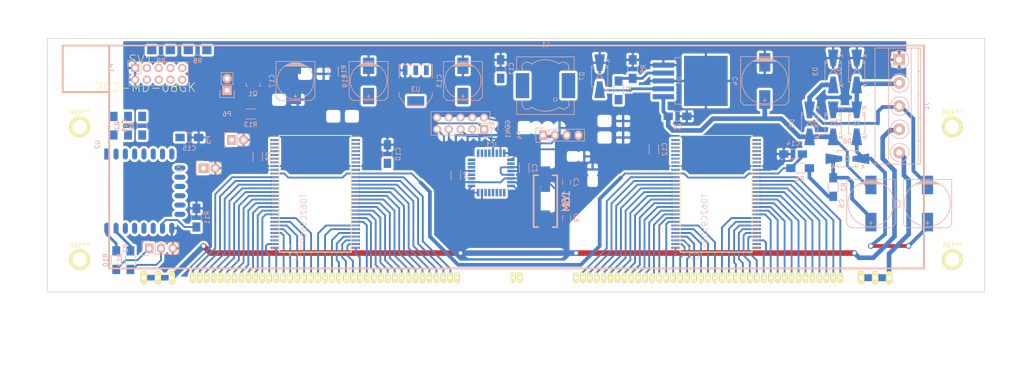
<source format=kicad_pcb>
(kicad_pcb (version 4) (host pcbnew 4.0.2-stable)
  (layers (0 F.Cu signal) (31 B.Cu signal) (34 B.Paste user) (35 F.Paste user) (36 B.SilkS user) (37 F.SilkS user) (38 B.Mask user) (39 F.Mask user) (44 Edge.Cuts user))
  (net 0 "")
  (net 1 /A1)
  (net 2 /A2)
  (net 3 /A3)
  (net 4 /A4)
  (net 5 /A5)
  (net 6 /A6)
  (net 7 /A7)
  (net 8 /A8)
  (net 9 /A9)
  (net 10 /A10)
  (net 11 /A11)
  (net 12 /A12)
  (net 13 /A13)
  (net 14 /A14)
  (net 15 /A15)
  (net 16 /A16)
  (net 17 /A17)
  (net 18 /A18)
  (net 19 /A19)
  (net 20 /A20)
  (net 21 /A21)
  (net 22 /A22)
  (net 23 /A23)
  (net 24 /A24)
  (net 25 /A25)
  (net 26 /A26)
  (net 27 /A27)
  (net 28 /A28)
  (net 29 /A29)
  (net 30 /A30)
  (net 31 /A31)
  (net 32 /A32)
  (net 33 /A33)
  (net 34 /A34)
  (net 35 /A35)
  (net 36 /A36)
  (net 37 F1)
  (net 38 F2)
  (net 39 /G20)
  (net 40 /G19)
  (net 41 /G1)
  (net 42 /G2)
  (net 43 /G3)
  (net 44 /G4)
  (net 45 /G5)
  (net 46 /G6)
  (net 47 /G7)
  (net 48 /G8)
  (net 49 /G9)
  (net 50 /G10)
  (net 51 /G11)
  (net 52 /G12)
  (net 53 /G13)
  (net 54 /G14)
  (net 55 /G15)
  (net 56 /G16)
  (net 57 /G17)
  (net 58 /G18)
  (net 59 /G21)
  (net 60 /G22)
  (net 61 /G23)
  (net 62 /G24)
  (net 63 /G25)
  (net 64 /G26)
  (net 65 /G27)
  (net 66 /G28)
  (net 67 /G29)
  (net 68 /G30)
  (net 69 /G31)
  (net 70 /G32)
  (net 71 /G33)
  (net 72 /G34)
  (net 73 /G35)
  (net 74 /G36)
  (net 75 /G37)
  (net 76 /G38)
  (net 77 /G39)
  (net 78 /G40)
  (net 79 GND)
  (net 80 /CL)
  (net 81 /STB)
  (net 82 /S-IN)
  (net 83 +5V)
  (net 84 /OVF)
  (net 85 /CK)
  (net 86 /CHG)
  (net 87 "Net-(D1-Pad1)")
  (net 88 "Net-(P1-Pad4)")
  (net 89 "Net-(P1-Pad6)")
  (net 90 "Net-(P1-Pad7)")
  (net 91 "Net-(CON1-Pad3)")
  (net 92 "Net-(IC3-Pad32)")
  (net 93 /MOSI)
  (net 94 /RST)
  (net 95 /SCK)
  (net 96 /MISO)
  (net 97 /SDA)
  (net 98 /SCL)
  (net 99 +48V)
  (net 100 "Net-(C3-Pad1)")
  (net 101 "Net-(C3-Pad2)")
  (net 102 "Net-(C4-Pad1)")
  (net 103 "Net-(C5-Pad1)")
  (net 104 "Net-(C7-Pad1)")
  (net 105 "Net-(D7-Pad2)")
  (net 106 "Net-(IC1-Pad2)")
  (net 107 "Net-(IC1-Pad9)")
  (net 108 "Net-(IC1-Pad10)")
  (net 109 "Net-(IC1-Pad11)")
  (net 110 "Net-(IC1-Pad12)")
  (net 111 "Net-(IC1-Pad13)")
  (net 112 "Net-(IC1-Pad14)")
  (net 113 "Net-(IC1-Pad19)")
  (net 114 "Net-(IC1-Pad20)")
  (net 115 "Net-(IC1-Pad22)")
  (net 116 "Net-(IC1-Pad23)")
  (net 117 "Net-(IC1-Pad24)")
  (net 118 "Net-(IC1-Pad25)")
  (net 119 "Net-(IC1-Pad26)")
  (net 120 "Net-(IC1-Pad30)")
  (net 121 "Net-(IC2-Pad59)")
  (net 122 "Net-(IC2-Pad60)")
  (net 123 "Net-(IC3-Pad3)")
  (net 124 "Net-(IC3-Pad4)")
  (net 125 "Net-(R2-Pad1)")
  (net 126 "Net-(R4-Pad2)")
  (net 127 "Net-(U2-Pad9)")
  (net 128 "Net-(U2-Pad10)")
  (net 129 "Net-(U2-Pad11)")
  (net 130 "Net-(U2-Pad12)")
  (net 131 "Net-(U2-Pad13)")
  (net 132 "Net-(U2-Pad14)")
  (net 133 "Net-(U2-Pad2)")
  (net 134 "Net-(U2-Pad4)")
  (net 135 "Net-(U2-Pad5)")
  (net 136 "Net-(U2-Pad6)")
  (net 137 "Net-(U2-Pad7)")
  (net 138 "Net-(U2-Pad17)")
  (net 139 "Net-(C9-Pad1)")
  (net 140 +3V3)
  (net 141 "Net-(C16-Pad1)")
  (net 142 "Net-(C17-Pad1)")
  (net 143 "Net-(C17-Pad2)")
  (net 144 "Net-(P1-Pad3)")
  (net 145 "Net-(P1-Pad5)")
  (net 146 "Net-(P2-Pad1)")
  (net 147 "Net-(P2-Pad2)")
  (net 148 "Net-(P3-Pad1)")
  (net 149 /ENC_A)
  (net 150 /ENC_B)
  (net 151 /BTN_ENC)
  (net 152 /BTN_WAKE)
  (net 153 "Net-(Q1-Pad1)")
  (net 154 "Net-(R6-Pad2)")
  (net 155 "Net-(R10-Pad1)")
  (net 156 "Net-(R11-Pad1)")
  (net 157 "Net-(R12-Pad1)")
  (net 158 /SPKR)
  (module futaba-vfd:futaba-vfd-VFD1 (layer F.Cu) (at 35.56 69.85)
    (fp_text reference SV1 (at 6.82498 -44.96308) (layer F.SilkS) (effects (font (size 1.9304 1.9304) (thickness 0.1524))))
    (fp_text value 202-MD-08GK (at 7.79018 -38.9636) (layer F.SilkS) (effects (font (size 1.9304 1.9304) (thickness 0.1524))))
    (pad A1 thru_hole oval (at 17.99844 1.99898 180) (size 1.10744 2.21488) (drill 0.59944) (layers *.Cu F.Paste F.SilkS F.Mask) (net 1 /A1))
    (pad A2 thru_hole oval (at 19.49958 1.99898 180) (size 1.10744 2.21488) (drill 0.59944) (layers *.Cu F.Paste F.SilkS F.Mask) (net 2 /A2))
    (pad A3 thru_hole oval (at 20.99818 1.99898 180) (size 1.10744 2.21488) (drill 0.59944) (layers *.Cu F.Paste F.SilkS F.Mask) (net 3 /A3))
    (pad A4 thru_hole oval (at 22.49932 1.99898 180) (size 1.10744 2.21488) (drill 0.59944) (layers *.Cu F.Paste F.SilkS F.Mask) (net 4 /A4))
    (pad A5 thru_hole oval (at 23.99792 1.99898 180) (size 1.10744 2.21488) (drill 0.59944) (layers *.Cu F.Paste F.SilkS F.Mask) (net 5 /A5))
    (pad A6 thru_hole oval (at 25.49906 1.99898 180) (size 1.10744 2.21488) (drill 0.59944) (layers *.Cu F.Paste F.SilkS F.Mask) (net 6 /A6))
    (pad A7 thru_hole oval (at 26.99766 1.99898 180) (size 1.10744 2.21488) (drill 0.59944) (layers *.Cu F.Paste F.SilkS F.Mask) (net 7 /A7))
    (pad A8 thru_hole oval (at 28.4988 1.99898 180) (size 1.10744 2.21488) (drill 0.59944) (layers *.Cu F.Paste F.SilkS F.Mask) (net 8 /A8))
    (pad A9 thru_hole oval (at 29.99994 1.99898 180) (size 1.10744 2.21488) (drill 0.59944) (layers *.Cu F.Paste F.SilkS F.Mask) (net 9 /A9))
    (pad A10 thru_hole oval (at 31.49854 1.99898 180) (size 1.10744 2.21488) (drill 0.59944) (layers *.Cu F.Paste F.SilkS F.Mask) (net 10 /A10))
    (pad A11 thru_hole oval (at 32.99968 1.99898 180) (size 1.10744 2.21488) (drill 0.59944) (layers *.Cu F.Paste F.SilkS F.Mask) (net 11 /A11))
    (pad A12 thru_hole oval (at 34.49828 1.99898 180) (size 1.10744 2.21488) (drill 0.59944) (layers *.Cu F.Paste F.SilkS F.Mask) (net 12 /A12))
    (pad A13 thru_hole oval (at 35.99942 1.99898 180) (size 1.10744 2.21488) (drill 0.59944) (layers *.Cu F.Paste F.SilkS F.Mask) (net 13 /A13))
    (pad A14 thru_hole oval (at 37.49802 1.99898 180) (size 1.10744 2.21488) (drill 0.59944) (layers *.Cu F.Paste F.SilkS F.Mask) (net 14 /A14))
    (pad A15 thru_hole oval (at 38.99916 1.99898 180) (size 1.10744 2.21488) (drill 0.59944) (layers *.Cu F.Paste F.SilkS F.Mask) (net 15 /A15))
    (pad A16 thru_hole oval (at 40.49776 1.99898 180) (size 1.10744 2.21488) (drill 0.59944) (layers *.Cu F.Paste F.SilkS F.Mask) (net 16 /A16))
    (pad A17 thru_hole oval (at 41.9989 1.99898 180) (size 1.10744 2.21488) (drill 0.59944) (layers *.Cu F.Paste F.SilkS F.Mask) (net 17 /A17))
    (pad A18 thru_hole oval (at 43.4975 1.99898 180) (size 1.10744 2.21488) (drill 0.59944) (layers *.Cu F.Paste F.SilkS F.Mask) (net 18 /A18))
    (pad A19 thru_hole oval (at 131.99872 1.99898 180) (size 1.10744 2.21488) (drill 0.59944) (layers *.Cu F.Paste F.SilkS F.Mask) (net 19 /A19))
    (pad A20 thru_hole oval (at 133.49986 1.99898 180) (size 1.10744 2.21488) (drill 0.59944) (layers *.Cu F.Paste F.SilkS F.Mask) (net 20 /A20))
    (pad A21 thru_hole oval (at 134.99846 1.99898 180) (size 1.10744 2.21488) (drill 0.59944) (layers *.Cu F.Paste F.SilkS F.Mask) (net 21 /A21))
    (pad A22 thru_hole oval (at 136.4996 1.99898 180) (size 1.10744 2.21488) (drill 0.59944) (layers *.Cu F.Paste F.SilkS F.Mask) (net 22 /A22))
    (pad A23 thru_hole oval (at 137.9982 1.99898 180) (size 1.10744 2.21488) (drill 0.59944) (layers *.Cu F.Paste F.SilkS F.Mask) (net 23 /A23))
    (pad A24 thru_hole oval (at 139.49934 1.99898 180) (size 1.10744 2.21488) (drill 0.59944) (layers *.Cu F.Paste F.SilkS F.Mask) (net 24 /A24))
    (pad A25 thru_hole oval (at 140.99794 1.99898 180) (size 1.10744 2.21488) (drill 0.59944) (layers *.Cu F.Paste F.SilkS F.Mask) (net 25 /A25))
    (pad A26 thru_hole oval (at 142.49908 1.99898 180) (size 1.10744 2.21488) (drill 0.59944) (layers *.Cu F.Paste F.SilkS F.Mask) (net 26 /A26))
    (pad A27 thru_hole oval (at 143.99768 1.99898 180) (size 1.10744 2.21488) (drill 0.59944) (layers *.Cu F.Paste F.SilkS F.Mask) (net 27 /A27))
    (pad A28 thru_hole oval (at 145.49882 1.99898 180) (size 1.10744 2.21488) (drill 0.59944) (layers *.Cu F.Paste F.SilkS F.Mask) (net 28 /A28))
    (pad A29 thru_hole oval (at 146.99996 1.99898 180) (size 1.10744 2.21488) (drill 0.59944) (layers *.Cu F.Paste F.SilkS F.Mask) (net 29 /A29))
    (pad A30 thru_hole oval (at 148.49856 1.99898 180) (size 1.10744 2.21488) (drill 0.59944) (layers *.Cu F.Paste F.SilkS F.Mask) (net 30 /A30))
    (pad A31 thru_hole oval (at 149.9997 1.99898 180) (size 1.10744 2.21488) (drill 0.59944) (layers *.Cu F.Paste F.SilkS F.Mask) (net 31 /A31))
    (pad A32 thru_hole oval (at 151.4983 1.99898 180) (size 1.10744 2.21488) (drill 0.59944) (layers *.Cu F.Paste F.SilkS F.Mask) (net 32 /A32))
    (pad A33 thru_hole oval (at 152.99944 1.99898 180) (size 1.10744 2.21488) (drill 0.59944) (layers *.Cu F.Paste F.SilkS F.Mask) (net 33 /A33))
    (pad A34 thru_hole oval (at 154.49804 1.99898 180) (size 1.10744 2.21488) (drill 0.59944) (layers *.Cu F.Paste F.SilkS F.Mask) (net 34 /A34))
    (pad A35 thru_hole oval (at 155.99918 1.99898 180) (size 1.10744 2.21488) (drill 0.59944) (layers *.Cu F.Paste F.SilkS F.Mask) (net 35 /A35))
    (pad A36 thru_hole oval (at 157.49778 1.99898 180) (size 1.10744 2.21488) (drill 0.59944) (layers *.Cu F.Paste F.SilkS F.Mask) (net 36 /A36))
    (pad FA1 thru_hole oval (at 7.49808 1.99898 180) (size 1.40716 2.81432) (drill 0.89916) (layers *.Cu F.Paste F.SilkS F.Mask) (net 37 F1))
    (pad FA2 thru_hole oval (at 10.49782 1.99898 180) (size 1.40716 2.81432) (drill 0.89916) (layers *.Cu F.Paste F.SilkS F.Mask) (net 37 F1))
    (pad FA3 thru_hole oval (at 13.49756 1.99898 180) (size 1.40716 2.81432) (drill 0.89916) (layers *.Cu F.Paste F.SilkS F.Mask) (net 37 F1))
    (pad FB1 thru_hole oval (at 161.99866 1.99898 180) (size 1.40716 2.81432) (drill 0.89916) (layers *.Cu F.Paste F.SilkS F.Mask) (net 38 F2))
    (pad FB2 thru_hole oval (at 164.9984 1.99898 180) (size 1.40716 2.81432) (drill 0.89916) (layers *.Cu F.Paste F.SilkS F.Mask) (net 38 F2))
    (pad FB3 thru_hole oval (at 167.99814 1.99898 180) (size 1.40716 2.81432) (drill 0.89916) (layers *.Cu F.Paste F.SilkS F.Mask) (net 38 F2))
    (pad G1 thru_hole oval (at 44.99864 1.99898 180) (size 1.10744 2.21488) (drill 0.59944) (layers *.Cu F.Paste F.SilkS F.Mask) (net 41 /G1))
    (pad G2 thru_hole oval (at 46.49978 1.99898 180) (size 1.10744 2.21488) (drill 0.59944) (layers *.Cu F.Paste F.SilkS F.Mask) (net 42 /G2))
    (pad G3 thru_hole oval (at 47.99838 1.99898 180) (size 1.10744 2.21488) (drill 0.59944) (layers *.Cu F.Paste F.SilkS F.Mask) (net 43 /G3))
    (pad G4 thru_hole oval (at 49.49952 1.99898 180) (size 1.10744 2.21488) (drill 0.59944) (layers *.Cu F.Paste F.SilkS F.Mask) (net 44 /G4))
    (pad G5 thru_hole oval (at 50.99812 1.99898 180) (size 1.10744 2.21488) (drill 0.59944) (layers *.Cu F.Paste F.SilkS F.Mask) (net 45 /G5))
    (pad G6 thru_hole oval (at 52.49926 1.99898 180) (size 1.10744 2.21488) (drill 0.59944) (layers *.Cu F.Paste F.SilkS F.Mask) (net 46 /G6))
    (pad G7 thru_hole oval (at 53.99786 1.99898 180) (size 1.10744 2.21488) (drill 0.59944) (layers *.Cu F.Paste F.SilkS F.Mask) (net 47 /G7))
    (pad G8 thru_hole oval (at 55.499 1.99898 180) (size 1.10744 2.21488) (drill 0.59944) (layers *.Cu F.Paste F.SilkS F.Mask) (net 48 /G8))
    (pad G9 thru_hole oval (at 56.9976 1.99898 180) (size 1.10744 2.21488) (drill 0.59944) (layers *.Cu F.Paste F.SilkS F.Mask) (net 49 /G9))
    (pad G10 thru_hole oval (at 58.49874 1.99898 180) (size 1.10744 2.21488) (drill 0.59944) (layers *.Cu F.Paste F.SilkS F.Mask) (net 50 /G10))
    (pad G11 thru_hole oval (at 59.99988 1.99898 180) (size 1.10744 2.21488) (drill 0.59944) (layers *.Cu F.Paste F.SilkS F.Mask) (net 51 /G11))
    (pad G12 thru_hole oval (at 61.49848 1.99898 180) (size 1.10744 2.21488) (drill 0.59944) (layers *.Cu F.Paste F.SilkS F.Mask) (net 52 /G12))
    (pad G13 thru_hole oval (at 62.99962 1.99898 180) (size 1.10744 2.21488) (drill 0.59944) (layers *.Cu F.Paste F.SilkS F.Mask) (net 53 /G13))
    (pad G14 thru_hole oval (at 64.49822 1.99898 180) (size 1.10744 2.21488) (drill 0.59944) (layers *.Cu F.Paste F.SilkS F.Mask) (net 54 /G14))
    (pad G15 thru_hole oval (at 65.99936 1.99898 180) (size 1.10744 2.21488) (drill 0.59944) (layers *.Cu F.Paste F.SilkS F.Mask) (net 55 /G15))
    (pad G16 thru_hole oval (at 67.49796 1.99898 180) (size 1.10744 2.21488) (drill 0.59944) (layers *.Cu F.Paste F.SilkS F.Mask) (net 56 /G16))
    (pad G17 thru_hole oval (at 68.9991 1.99898 180) (size 1.10744 2.21488) (drill 0.59944) (layers *.Cu F.Paste F.SilkS F.Mask) (net 57 /G17))
    (pad G18 thru_hole oval (at 70.4977 1.99898 180) (size 1.10744 2.21488) (drill 0.59944) (layers *.Cu F.Paste F.SilkS F.Mask) (net 58 /G18))
    (pad G19 thru_hole oval (at 71.99884 1.99898 180) (size 1.10744 2.21488) (drill 0.59944) (layers *.Cu F.Paste F.SilkS F.Mask) (net 40 /G19))
    (pad G20 thru_hole oval (at 73.49998 1.99898 180) (size 1.10744 2.21488) (drill 0.59944) (layers *.Cu F.Paste F.SilkS F.Mask) (net 39 /G20))
    (pad G21 thru_hole oval (at 101.99878 1.99898 180) (size 1.10744 2.21488) (drill 0.59944) (layers *.Cu F.Paste F.SilkS F.Mask) (net 59 /G21))
    (pad G22 thru_hole oval (at 103.49992 1.99898 180) (size 1.10744 2.21488) (drill 0.59944) (layers *.Cu F.Paste F.SilkS F.Mask) (net 60 /G22))
    (pad G23 thru_hole oval (at 104.99852 1.99898 180) (size 1.10744 2.21488) (drill 0.59944) (layers *.Cu F.Paste F.SilkS F.Mask) (net 61 /G23))
    (pad G24 thru_hole oval (at 106.49966 1.99898 180) (size 1.10744 2.21488) (drill 0.59944) (layers *.Cu F.Paste F.SilkS F.Mask) (net 62 /G24))
    (pad G25 thru_hole oval (at 107.99826 1.99898 180) (size 1.10744 2.21488) (drill 0.59944) (layers *.Cu F.Paste F.SilkS F.Mask) (net 63 /G25))
    (pad G26 thru_hole oval (at 109.4994 1.99898 180) (size 1.10744 2.21488) (drill 0.59944) (layers *.Cu F.Paste F.SilkS F.Mask) (net 64 /G26))
    (pad G27 thru_hole oval (at 110.998 1.99898 180) (size 1.10744 2.21488) (drill 0.59944) (layers *.Cu F.Paste F.SilkS F.Mask) (net 65 /G27))
    (pad G28 thru_hole oval (at 112.49914 1.99898 180) (size 1.10744 2.21488) (drill 0.59944) (layers *.Cu F.Paste F.SilkS F.Mask) (net 66 /G28))
    (pad G29 thru_hole oval (at 113.99774 1.99898 180) (size 1.10744 2.21488) (drill 0.59944) (layers *.Cu F.Paste F.SilkS F.Mask) (net 67 /G29))
    (pad G30 thru_hole oval (at 115.49888 1.99898 180) (size 1.10744 2.21488) (drill 0.59944) (layers *.Cu F.Paste F.SilkS F.Mask) (net 68 /G30))
    (pad G31 thru_hole oval (at 116.99748 1.99898 180) (size 1.10744 2.21488) (drill 0.59944) (layers *.Cu F.Paste F.SilkS F.Mask) (net 69 /G31))
    (pad G32 thru_hole oval (at 118.49862 1.99898 180) (size 1.10744 2.21488) (drill 0.59944) (layers *.Cu F.Paste F.SilkS F.Mask) (net 70 /G32))
    (pad G33 thru_hole oval (at 119.99976 1.99898 180) (size 1.10744 2.21488) (drill 0.59944) (layers *.Cu F.Paste F.SilkS F.Mask) (net 71 /G33))
    (pad G34 thru_hole oval (at 121.49836 1.99898 180) (size 1.10744 2.21488) (drill 0.59944) (layers *.Cu F.Paste F.SilkS F.Mask) (net 72 /G34))
    (pad G35 thru_hole oval (at 122.9995 1.99898 180) (size 1.10744 2.21488) (drill 0.59944) (layers *.Cu F.Paste F.SilkS F.Mask) (net 73 /G35))
    (pad G36 thru_hole oval (at 124.4981 1.99898 180) (size 1.10744 2.21488) (drill 0.59944) (layers *.Cu F.Paste F.SilkS F.Mask) (net 74 /G36))
    (pad G37 thru_hole oval (at 125.99924 1.99898 180) (size 1.10744 2.21488) (drill 0.59944) (layers *.Cu F.Paste F.SilkS F.Mask) (net 75 /G37))
    (pad G38 thru_hole oval (at 127.49784 1.99898 180) (size 1.10744 2.21488) (drill 0.59944) (layers *.Cu F.Paste F.SilkS F.Mask) (net 76 /G38))
    (pad G39 thru_hole oval (at 128.99898 1.99898 180) (size 1.10744 2.21488) (drill 0.59944) (layers *.Cu F.Paste F.SilkS F.Mask) (net 77 /G39))
    (pad G40 thru_hole oval (at 130.49758 1.99898 180) (size 1.10744 2.21488) (drill 0.59944) (layers *.Cu F.Paste F.SilkS F.Mask) (net 78 /G40))
    (pad NC1 thru_hole oval (at 74.99858 1.99898 180) (size 1.10744 2.21488) (drill 0.59944) (layers *.Cu F.Paste F.SilkS F.Mask))
    (pad NC2 thru_hole oval (at 86.99754 1.99898 180) (size 1.10744 2.21488) (drill 0.59944) (layers *.Cu F.Paste F.SilkS F.Mask))
    (pad NC3 thru_hole oval (at 88.49868 1.99898 180) (size 1.10744 2.21488) (drill 0.59944) (layers *.Cu F.Paste F.SilkS F.Mask))
    (pad NC4 thru_hole oval (at 100.49764 1.99898 180) (size 1.10744 2.21488) (drill 0.59944) (layers *.Cu F.Paste F.SilkS F.Mask))
  )
  (module futaba-vfd:futaba-vfd-SSOP60-P-0.65 (layer B.Cu) (at 78.74 54.61 90)
    (fp_text reference IC3 (at -12.68476 -3.19786 360) (layer B.SilkS) (effects (font (size 1.27 1.27) (thickness 0.1016)) (justify mirror)))
    (fp_text value TD62C950RF (at -5.10286 -1.29286 90) (layer B.SilkS) (effects (font (size 1.27 1.27) (thickness 0.1016)) (justify mirror)))
    (pad 1 smd rect (at -10.79754 -7.54888 90) (size 0.44958 1.79832) (layers B.Cu B.Paste B.Mask) (net 13 /A13))
    (pad 2 smd rect (at -9.99998 -7.54888 90) (size 0.44958 1.79832) (layers B.Cu B.Paste B.Mask) (net 12 /A12))
    (pad 3 smd rect (at -9.19988 -7.54888 90) (size 0.44958 1.79832) (layers B.Cu B.Paste B.Mask) (net 123 "Net-(IC3-Pad3)"))
    (pad 4 smd rect (at -8.39978 -7.54888 90) (size 0.44958 1.79832) (layers B.Cu B.Paste B.Mask) (net 124 "Net-(IC3-Pad4)"))
    (pad 5 smd rect (at -7.59968 -7.54888 90) (size 0.44958 1.79832) (layers B.Cu B.Paste B.Mask) (net 14 /A14))
    (pad 6 smd rect (at -6.79958 -7.54888 90) (size 0.44958 1.79832) (layers B.Cu B.Paste B.Mask) (net 15 /A15))
    (pad 7 smd rect (at -5.99948 -7.54888 90) (size 0.44958 1.79832) (layers B.Cu B.Paste B.Mask) (net 16 /A16))
    (pad 8 smd rect (at -5.19938 -7.54888 90) (size 0.44958 1.79832) (layers B.Cu B.Paste B.Mask) (net 17 /A17))
    (pad 9 smd rect (at -4.39928 -7.54888 90) (size 0.44958 1.79832) (layers B.Cu B.Paste B.Mask) (net 18 /A18))
    (pad 10 smd rect (at -3.59918 -7.54888 90) (size 0.44958 1.79832) (layers B.Cu B.Paste B.Mask) (net 11 /A11))
    (pad 11 smd rect (at -2.79908 -7.54888 90) (size 0.44958 1.79832) (layers B.Cu B.Paste B.Mask) (net 10 /A10))
    (pad 12 smd rect (at -1.99898 -7.54888 90) (size 0.44958 1.79832) (layers B.Cu B.Paste B.Mask) (net 9 /A9))
    (pad 13 smd rect (at -1.19888 -7.54888 90) (size 0.44958 1.79832) (layers B.Cu B.Paste B.Mask) (net 8 /A8))
    (pad 14 smd rect (at -0.39878 -7.54888 90) (size 0.44958 1.79832) (layers B.Cu B.Paste B.Mask) (net 7 /A7))
    (pad 15 smd rect (at 0.39878 -7.54888 90) (size 0.44958 1.79832) (layers B.Cu B.Paste B.Mask) (net 6 /A6))
    (pad 16 smd rect (at 1.19888 -7.54888 90) (size 0.44958 1.79832) (layers B.Cu B.Paste B.Mask) (net 5 /A5))
    (pad 17 smd rect (at 1.99898 -7.54888 90) (size 0.44958 1.79832) (layers B.Cu B.Paste B.Mask) (net 4 /A4))
    (pad 18 smd rect (at 2.79908 -7.54888 90) (size 0.44958 1.79832) (layers B.Cu B.Paste B.Mask) (net 3 /A3))
    (pad 19 smd rect (at 3.59918 -7.54888 90) (size 0.44958 1.79832) (layers B.Cu B.Paste B.Mask) (net 2 /A2))
    (pad 20 smd rect (at 4.39928 -7.54888 90) (size 0.44958 1.79832) (layers B.Cu B.Paste B.Mask) (net 1 /A1))
    (pad 21 smd rect (at 5.19938 -7.54888 90) (size 0.44958 1.79832) (layers B.Cu B.Paste B.Mask) (net 99 +48V))
    (pad 22 smd rect (at 5.99948 -7.54888 90) (size 0.44958 1.79832) (layers B.Cu B.Paste B.Mask) (net 79 GND))
    (pad 23 smd rect (at 6.79958 -7.54888 90) (size 0.44958 1.79832) (layers B.Cu B.Paste B.Mask) (net 79 GND))
    (pad 24 smd rect (at 7.59968 -7.54888 90) (size 0.44958 1.79832) (layers B.Cu B.Paste B.Mask) (net 80 /CL))
    (pad 25 smd rect (at 8.39978 -7.54888 90) (size 0.44958 1.79832) (layers B.Cu B.Paste B.Mask))
    (pad 26 smd rect (at 9.19988 -7.54888 90) (size 0.44958 1.79832) (layers B.Cu B.Paste B.Mask) (net 81 /STB))
    (pad 27 smd rect (at 9.99998 -7.54888 90) (size 0.44958 1.79832) (layers B.Cu B.Paste B.Mask))
    (pad 28 smd rect (at 10.79754 -7.54888 90) (size 0.44958 1.79832) (layers B.Cu B.Paste B.Mask))
    (pad 29 smd rect (at 11.59764 -7.54888 90) (size 0.44958 1.79832) (layers B.Cu B.Paste B.Mask) (net 84 /OVF))
    (pad 30 smd rect (at 12.39774 -7.54888 90) (size 0.44958 1.79832) (layers B.Cu B.Paste B.Mask) (net 83 +5V))
    (pad 31 smd rect (at 12.39774 9.94918 90) (size 0.44958 1.79832) (layers B.Cu B.Paste B.Mask) (net 83 +5V))
    (pad 32 smd rect (at 11.59764 9.94918 90) (size 0.44958 1.79832) (layers B.Cu B.Paste B.Mask) (net 92 "Net-(IC3-Pad32)"))
    (pad 33 smd rect (at 10.79754 9.94918 90) (size 0.44958 1.79832) (layers B.Cu B.Paste B.Mask))
    (pad 34 smd rect (at 9.99998 9.94918 90) (size 0.44958 1.79832) (layers B.Cu B.Paste B.Mask) (net 85 /CK))
    (pad 35 smd rect (at 9.19988 9.94918 90) (size 0.44958 1.79832) (layers B.Cu B.Paste B.Mask))
    (pad 36 smd rect (at 8.39978 9.94918 90) (size 0.44958 1.79832) (layers B.Cu B.Paste B.Mask) (net 86 /CHG))
    (pad 37 smd rect (at 7.59968 9.94918 90) (size 0.44958 1.79832) (layers B.Cu B.Paste B.Mask))
    (pad 38 smd rect (at 6.79958 9.94918 90) (size 0.44958 1.79832) (layers B.Cu B.Paste B.Mask) (net 79 GND))
    (pad 39 smd rect (at 5.99948 9.94918 90) (size 0.44958 1.79832) (layers B.Cu B.Paste B.Mask) (net 79 GND))
    (pad 40 smd rect (at 5.19938 9.94918 90) (size 0.44958 1.79832) (layers B.Cu B.Paste B.Mask) (net 99 +48V))
    (pad 41 smd rect (at 4.39928 9.94918 90) (size 0.44958 1.79832) (layers B.Cu B.Paste B.Mask) (net 39 /G20))
    (pad 42 smd rect (at 3.59918 9.94918 90) (size 0.44958 1.79832) (layers B.Cu B.Paste B.Mask) (net 40 /G19))
    (pad 43 smd rect (at 2.79908 9.94918 90) (size 0.44958 1.79832) (layers B.Cu B.Paste B.Mask) (net 58 /G18))
    (pad 44 smd rect (at 1.99898 9.94918 90) (size 0.44958 1.79832) (layers B.Cu B.Paste B.Mask) (net 57 /G17))
    (pad 45 smd rect (at 1.19888 9.94918 90) (size 0.44958 1.79832) (layers B.Cu B.Paste B.Mask) (net 56 /G16))
    (pad 46 smd rect (at 0.39878 9.94918 90) (size 0.44958 1.79832) (layers B.Cu B.Paste B.Mask) (net 55 /G15))
    (pad 47 smd rect (at -0.39878 9.94918 90) (size 0.44958 1.79832) (layers B.Cu B.Paste B.Mask) (net 54 /G14))
    (pad 48 smd rect (at -1.19888 9.94918 90) (size 0.44958 1.79832) (layers B.Cu B.Paste B.Mask) (net 53 /G13))
    (pad 49 smd rect (at -1.99898 9.94918 90) (size 0.44958 1.79832) (layers B.Cu B.Paste B.Mask) (net 52 /G12))
    (pad 50 smd rect (at -2.79908 9.94918 90) (size 0.44958 1.79832) (layers B.Cu B.Paste B.Mask) (net 51 /G11))
    (pad 51 smd rect (at -3.59918 9.94918 90) (size 0.44958 1.79832) (layers B.Cu B.Paste B.Mask) (net 50 /G10))
    (pad 52 smd rect (at -4.39928 9.94918 90) (size 0.44958 1.79832) (layers B.Cu B.Paste B.Mask) (net 49 /G9))
    (pad 53 smd rect (at -5.19938 9.94918 90) (size 0.44958 1.79832) (layers B.Cu B.Paste B.Mask) (net 48 /G8))
    (pad 54 smd rect (at -5.99948 9.94918 90) (size 0.44958 1.79832) (layers B.Cu B.Paste B.Mask) (net 41 /G1))
    (pad 55 smd rect (at -6.79958 9.94918 90) (size 0.44958 1.79832) (layers B.Cu B.Paste B.Mask) (net 42 /G2))
    (pad 56 smd rect (at -7.59968 9.94918 90) (size 0.44958 1.79832) (layers B.Cu B.Paste B.Mask) (net 43 /G3))
    (pad 57 smd rect (at -8.39978 9.94918 90) (size 0.44958 1.79832) (layers B.Cu B.Paste B.Mask) (net 44 /G4))
    (pad 58 smd rect (at -9.19988 9.94918 90) (size 0.44958 1.79832) (layers B.Cu B.Paste B.Mask) (net 45 /G5))
    (pad 59 smd rect (at -9.99998 9.94918 90) (size 0.44958 1.79832) (layers B.Cu B.Paste B.Mask) (net 46 /G6))
    (pad 60 smd rect (at -10.79754 9.94918 90) (size 0.44958 1.79832) (layers B.Cu B.Paste B.Mask) (net 47 /G7))
  )
  (module futaba-vfd:futaba-vfd-SSOP60-P-0.65 (layer B.Cu) (at 165.1 54.61 90)
    (fp_text reference IC2 (at -12.68476 -3.19786 360) (layer B.SilkS) (effects (font (size 1.27 1.27) (thickness 0.1016)) (justify mirror)))
    (fp_text value TD62C950RF (at -5.10286 -1.29286 90) (layer B.SilkS) (effects (font (size 1.27 1.27) (thickness 0.1016)) (justify mirror)))
    (pad 1 smd rect (at -10.79754 -7.54888 90) (size 0.44958 1.79832) (layers B.Cu B.Paste B.Mask) (net 72 /G34))
    (pad 2 smd rect (at -9.99998 -7.54888 90) (size 0.44958 1.79832) (layers B.Cu B.Paste B.Mask) (net 73 /G35))
    (pad 3 smd rect (at -9.19988 -7.54888 90) (size 0.44958 1.79832) (layers B.Cu B.Paste B.Mask) (net 74 /G36))
    (pad 4 smd rect (at -8.39978 -7.54888 90) (size 0.44958 1.79832) (layers B.Cu B.Paste B.Mask) (net 75 /G37))
    (pad 5 smd rect (at -7.59968 -7.54888 90) (size 0.44958 1.79832) (layers B.Cu B.Paste B.Mask) (net 76 /G38))
    (pad 6 smd rect (at -6.79958 -7.54888 90) (size 0.44958 1.79832) (layers B.Cu B.Paste B.Mask) (net 77 /G39))
    (pad 7 smd rect (at -5.99948 -7.54888 90) (size 0.44958 1.79832) (layers B.Cu B.Paste B.Mask) (net 78 /G40))
    (pad 8 smd rect (at -5.19938 -7.54888 90) (size 0.44958 1.79832) (layers B.Cu B.Paste B.Mask) (net 71 /G33))
    (pad 9 smd rect (at -4.39928 -7.54888 90) (size 0.44958 1.79832) (layers B.Cu B.Paste B.Mask) (net 70 /G32))
    (pad 10 smd rect (at -3.59918 -7.54888 90) (size 0.44958 1.79832) (layers B.Cu B.Paste B.Mask) (net 69 /G31))
    (pad 11 smd rect (at -2.79908 -7.54888 90) (size 0.44958 1.79832) (layers B.Cu B.Paste B.Mask) (net 68 /G30))
    (pad 12 smd rect (at -1.99898 -7.54888 90) (size 0.44958 1.79832) (layers B.Cu B.Paste B.Mask) (net 67 /G29))
    (pad 13 smd rect (at -1.19888 -7.54888 90) (size 0.44958 1.79832) (layers B.Cu B.Paste B.Mask) (net 66 /G28))
    (pad 14 smd rect (at -0.39878 -7.54888 90) (size 0.44958 1.79832) (layers B.Cu B.Paste B.Mask) (net 65 /G27))
    (pad 15 smd rect (at 0.39878 -7.54888 90) (size 0.44958 1.79832) (layers B.Cu B.Paste B.Mask) (net 64 /G26))
    (pad 16 smd rect (at 1.19888 -7.54888 90) (size 0.44958 1.79832) (layers B.Cu B.Paste B.Mask) (net 63 /G25))
    (pad 17 smd rect (at 1.99898 -7.54888 90) (size 0.44958 1.79832) (layers B.Cu B.Paste B.Mask) (net 62 /G24))
    (pad 18 smd rect (at 2.79908 -7.54888 90) (size 0.44958 1.79832) (layers B.Cu B.Paste B.Mask) (net 61 /G23))
    (pad 19 smd rect (at 3.59918 -7.54888 90) (size 0.44958 1.79832) (layers B.Cu B.Paste B.Mask) (net 60 /G22))
    (pad 20 smd rect (at 4.39928 -7.54888 90) (size 0.44958 1.79832) (layers B.Cu B.Paste B.Mask) (net 59 /G21))
    (pad 21 smd rect (at 5.19938 -7.54888 90) (size 0.44958 1.79832) (layers B.Cu B.Paste B.Mask) (net 99 +48V))
    (pad 22 smd rect (at 5.99948 -7.54888 90) (size 0.44958 1.79832) (layers B.Cu B.Paste B.Mask) (net 79 GND))
    (pad 23 smd rect (at 6.79958 -7.54888 90) (size 0.44958 1.79832) (layers B.Cu B.Paste B.Mask) (net 79 GND))
    (pad 24 smd rect (at 7.59968 -7.54888 90) (size 0.44958 1.79832) (layers B.Cu B.Paste B.Mask) (net 80 /CL))
    (pad 25 smd rect (at 8.39978 -7.54888 90) (size 0.44958 1.79832) (layers B.Cu B.Paste B.Mask))
    (pad 26 smd rect (at 9.19988 -7.54888 90) (size 0.44958 1.79832) (layers B.Cu B.Paste B.Mask) (net 81 /STB))
    (pad 27 smd rect (at 9.99998 -7.54888 90) (size 0.44958 1.79832) (layers B.Cu B.Paste B.Mask))
    (pad 28 smd rect (at 10.79754 -7.54888 90) (size 0.44958 1.79832) (layers B.Cu B.Paste B.Mask))
    (pad 29 smd rect (at 11.59764 -7.54888 90) (size 0.44958 1.79832) (layers B.Cu B.Paste B.Mask) (net 82 /S-IN))
    (pad 30 smd rect (at 12.39774 -7.54888 90) (size 0.44958 1.79832) (layers B.Cu B.Paste B.Mask) (net 83 +5V))
    (pad 31 smd rect (at 12.39774 9.94918 90) (size 0.44958 1.79832) (layers B.Cu B.Paste B.Mask) (net 83 +5V))
    (pad 32 smd rect (at 11.59764 9.94918 90) (size 0.44958 1.79832) (layers B.Cu B.Paste B.Mask) (net 84 /OVF))
    (pad 33 smd rect (at 10.79754 9.94918 90) (size 0.44958 1.79832) (layers B.Cu B.Paste B.Mask))
    (pad 34 smd rect (at 9.99998 9.94918 90) (size 0.44958 1.79832) (layers B.Cu B.Paste B.Mask) (net 85 /CK))
    (pad 35 smd rect (at 9.19988 9.94918 90) (size 0.44958 1.79832) (layers B.Cu B.Paste B.Mask))
    (pad 36 smd rect (at 8.39978 9.94918 90) (size 0.44958 1.79832) (layers B.Cu B.Paste B.Mask) (net 86 /CHG))
    (pad 37 smd rect (at 7.59968 9.94918 90) (size 0.44958 1.79832) (layers B.Cu B.Paste B.Mask))
    (pad 38 smd rect (at 6.79958 9.94918 90) (size 0.44958 1.79832) (layers B.Cu B.Paste B.Mask) (net 79 GND))
    (pad 39 smd rect (at 5.99948 9.94918 90) (size 0.44958 1.79832) (layers B.Cu B.Paste B.Mask) (net 79 GND))
    (pad 40 smd rect (at 5.19938 9.94918 90) (size 0.44958 1.79832) (layers B.Cu B.Paste B.Mask) (net 99 +48V))
    (pad 41 smd rect (at 4.39928 9.94918 90) (size 0.44958 1.79832) (layers B.Cu B.Paste B.Mask) (net 36 /A36))
    (pad 42 smd rect (at 3.59918 9.94918 90) (size 0.44958 1.79832) (layers B.Cu B.Paste B.Mask) (net 35 /A35))
    (pad 43 smd rect (at 2.79908 9.94918 90) (size 0.44958 1.79832) (layers B.Cu B.Paste B.Mask) (net 34 /A34))
    (pad 44 smd rect (at 1.99898 9.94918 90) (size 0.44958 1.79832) (layers B.Cu B.Paste B.Mask) (net 33 /A33))
    (pad 45 smd rect (at 1.19888 9.94918 90) (size 0.44958 1.79832) (layers B.Cu B.Paste B.Mask) (net 32 /A32))
    (pad 46 smd rect (at 0.39878 9.94918 90) (size 0.44958 1.79832) (layers B.Cu B.Paste B.Mask) (net 31 /A31))
    (pad 47 smd rect (at -0.39878 9.94918 90) (size 0.44958 1.79832) (layers B.Cu B.Paste B.Mask) (net 30 /A30))
    (pad 48 smd rect (at -1.19888 9.94918 90) (size 0.44958 1.79832) (layers B.Cu B.Paste B.Mask) (net 29 /A29))
    (pad 49 smd rect (at -1.99898 9.94918 90) (size 0.44958 1.79832) (layers B.Cu B.Paste B.Mask) (net 28 /A28))
    (pad 50 smd rect (at -2.79908 9.94918 90) (size 0.44958 1.79832) (layers B.Cu B.Paste B.Mask) (net 27 /A27))
    (pad 51 smd rect (at -3.59918 9.94918 90) (size 0.44958 1.79832) (layers B.Cu B.Paste B.Mask) (net 26 /A26))
    (pad 52 smd rect (at -4.39928 9.94918 90) (size 0.44958 1.79832) (layers B.Cu B.Paste B.Mask) (net 19 /A19))
    (pad 53 smd rect (at -5.19938 9.94918 90) (size 0.44958 1.79832) (layers B.Cu B.Paste B.Mask) (net 20 /A20))
    (pad 54 smd rect (at -5.99948 9.94918 90) (size 0.44958 1.79832) (layers B.Cu B.Paste B.Mask) (net 21 /A21))
    (pad 55 smd rect (at -6.79958 9.94918 90) (size 0.44958 1.79832) (layers B.Cu B.Paste B.Mask) (net 22 /A22))
    (pad 56 smd rect (at -7.59968 9.94918 90) (size 0.44958 1.79832) (layers B.Cu B.Paste B.Mask) (net 23 /A23))
    (pad 57 smd rect (at -8.39978 9.94918 90) (size 0.44958 1.79832) (layers B.Cu B.Paste B.Mask) (net 24 /A24))
    (pad 58 smd rect (at -9.19988 9.94918 90) (size 0.44958 1.79832) (layers B.Cu B.Paste B.Mask) (net 25 /A25))
    (pad 59 smd rect (at -9.99998 9.94918 90) (size 0.44958 1.79832) (layers B.Cu B.Paste B.Mask) (net 121 "Net-(IC2-Pad59)"))
    (pad 60 smd rect (at -10.79754 9.94918 90) (size 0.44958 1.79832) (layers B.Cu B.Paste B.Mask) (net 122 "Net-(IC2-Pad60)"))
  )
  (module Capacitors_SMD:C_1206_HandSoldering (layer B.Cu) (at 67.564 45.72 90)
    (fp_text reference C8 (at 0 2.3 90) (layer B.SilkS) (effects (justify mirror)))
    (fp_text value 100n)
    (pad 1 smd rect (at -2 0 90) (size 2 1.6) (layers B.Cu B.Paste B.Mask) (net 83 +5V))
    (pad 2 smd rect (at 2 0 90) (size 2 1.6) (layers B.Cu B.Paste B.Mask) (net 79 GND))
  )
  (module Capacitors_SMD:C_1206_HandSoldering (layer B.Cu) (at 95.504 45.212 90)
    (fp_text reference C10 (at 0 2.3 90) (layer B.SilkS) (effects (justify mirror)))
    (fp_text value 100n)
    (pad 1 smd rect (at -2 0 90) (size 2 1.6) (layers B.Cu B.Paste B.Mask) (net 99 +48V))
    (pad 2 smd rect (at 2 0 90) (size 2 1.6) (layers B.Cu B.Paste B.Mask) (net 79 GND))
  )
  (module Capacitors_SMD:C_1206_HandSoldering (layer B.Cu) (at 152.908 44.196 90)
    (fp_text reference C12 (at 0 2.3 90) (layer B.SilkS) (effects (justify mirror)))
    (fp_text value 100n)
    (pad 1 smd rect (at -2 0 90) (size 2 1.6) (layers B.Cu B.Paste B.Mask) (net 83 +5V))
    (pad 2 smd rect (at 2 0 90) (size 2 1.6) (layers B.Cu B.Paste B.Mask) (net 79 GND))
  )
  (module Capacitors_SMD:C_1206_HandSoldering (layer B.Cu) (at 182.88 45.212 180)
    (fp_text reference C14 (at 0 2.3 180) (layer B.SilkS) (effects (justify mirror)))
    (fp_text value 100n)
    (pad 1 smd rect (at -2 0 180) (size 2 1.6) (layers B.Cu B.Paste B.Mask) (net 99 +48V))
    (pad 2 smd rect (at 2 0 180) (size 2 1.6) (layers B.Cu B.Paste B.Mask) (net 79 GND))
  )
  (module Terminal_Blocks:TerminalBlock_Pheonix_MKDS1.5-5pol (layer B.Cu) (at 205.74 24.892 270)
    (fp_text reference J1 (at 10 -5.9 270) (layer B.SilkS) (effects (justify mirror)))
    (fp_text value HEADER_5)
    (pad 5 thru_hole circle (at 20 0 270) (size 2.5 2.5) (drill 1.3) (layers *.Cu *.Mask B.SilkS) (net 38 F2))
    (pad 4 thru_hole circle (at 15 0 270) (size 2.5 2.5) (drill 1.3) (layers *.Cu *.Mask B.SilkS) (net 37 F1))
    (pad 3 thru_hole circle (at 10 0 270) (size 2.5 2.5) (drill 1.3) (layers *.Cu *.Mask B.SilkS) (net 101 "Net-(C3-Pad2)"))
    (pad 1 thru_hole rect (at 0 0 270) (size 2.5 2.5) (drill 1.3) (layers *.Cu *.Mask B.SilkS) (net 79 GND))
    (pad 2 thru_hole circle (at 5 0 270) (size 2.5 2.5) (drill 1.3) (layers *.Cu *.Mask B.SilkS) (net 87 "Net-(D1-Pad1)"))
  )
  (module Pin_Headers:Pin_Header_Straight_2x05 (layer B.Cu) (at 41.148 26.67 270)
    (fp_text reference P1 (at 0 5.1 270) (layer B.SilkS) (effects (justify mirror)))
    (fp_text value CONN_02X05)
    (pad 1 thru_hole rect (at 0 0 270) (size 1.7272 1.7272) (drill 1.016) (layers *.Cu *.Mask B.SilkS) (net 79 GND))
    (pad 2 thru_hole oval (at 2.54 0 270) (size 1.7272 1.7272) (drill 1.016) (layers *.Cu *.Mask B.SilkS) (net 79 GND))
    (pad 3 thru_hole oval (at 0 -2.54 270) (size 1.7272 1.7272) (drill 1.016) (layers *.Cu *.Mask B.SilkS) (net 144 "Net-(P1-Pad3)"))
    (pad 4 thru_hole oval (at 2.54 -2.54 270) (size 1.7272 1.7272) (drill 1.016) (layers *.Cu *.Mask B.SilkS) (net 88 "Net-(P1-Pad4)"))
    (pad 5 thru_hole oval (at 0 -5.08 270) (size 1.7272 1.7272) (drill 1.016) (layers *.Cu *.Mask B.SilkS) (net 145 "Net-(P1-Pad5)"))
    (pad 6 thru_hole oval (at 2.54 -5.08 270) (size 1.7272 1.7272) (drill 1.016) (layers *.Cu *.Mask B.SilkS) (net 89 "Net-(P1-Pad6)"))
    (pad 7 thru_hole oval (at 0 -7.62 270) (size 1.7272 1.7272) (drill 1.016) (layers *.Cu *.Mask B.SilkS) (net 90 "Net-(P1-Pad7)"))
    (pad 8 thru_hole oval (at 2.54 -7.62 270) (size 1.7272 1.7272) (drill 1.016) (layers *.Cu *.Mask B.SilkS) (net 83 +5V))
    (pad 9 thru_hole oval (at 0 -10.16 270) (size 1.7272 1.7272) (drill 1.016) (layers *.Cu *.Mask B.SilkS) (net 83 +5V))
    (pad 10 thru_hole oval (at 2.54 -10.16 270) (size 1.7272 1.7272) (drill 1.016) (layers *.Cu *.Mask B.SilkS) (net 140 +3V3))
  )
  (module Pin_Headers:Pin_Header_Straight_2x05 (layer B.Cu) (at 116.332 39.878 90)
    (fp_text reference CON1 (at 0 5.1 90) (layer B.SilkS) (effects (justify mirror)))
    (fp_text value AVR-ISP-10)
    (pad 1 thru_hole rect (at 0 0 90) (size 1.7272 1.7272) (drill 1.016) (layers *.Cu *.Mask B.SilkS) (net 93 /MOSI))
    (pad 2 thru_hole oval (at 2.54 0 90) (size 1.7272 1.7272) (drill 1.016) (layers *.Cu *.Mask B.SilkS) (net 83 +5V))
    (pad 3 thru_hole oval (at 0 -2.54 90) (size 1.7272 1.7272) (drill 1.016) (layers *.Cu *.Mask B.SilkS) (net 91 "Net-(CON1-Pad3)"))
    (pad 4 thru_hole oval (at 2.54 -2.54 90) (size 1.7272 1.7272) (drill 1.016) (layers *.Cu *.Mask B.SilkS) (net 79 GND))
    (pad 5 thru_hole oval (at 0 -5.08 90) (size 1.7272 1.7272) (drill 1.016) (layers *.Cu *.Mask B.SilkS) (net 94 /RST))
    (pad 6 thru_hole oval (at 2.54 -5.08 90) (size 1.7272 1.7272) (drill 1.016) (layers *.Cu *.Mask B.SilkS) (net 79 GND))
    (pad 7 thru_hole oval (at 0 -7.62 90) (size 1.7272 1.7272) (drill 1.016) (layers *.Cu *.Mask B.SilkS) (net 95 /SCK))
    (pad 8 thru_hole oval (at 2.54 -7.62 90) (size 1.7272 1.7272) (drill 1.016) (layers *.Cu *.Mask B.SilkS) (net 79 GND))
    (pad 9 thru_hole oval (at 0 -10.16 90) (size 1.7272 1.7272) (drill 1.016) (layers *.Cu *.Mask B.SilkS) (net 96 /MISO))
    (pad 10 thru_hole oval (at 2.54 -10.16 90) (size 1.7272 1.7272) (drill 1.016) (layers *.Cu *.Mask B.SilkS) (net 79 GND))
  )
  (module Housings_QFP:TQFP-32_7x7mm_Pitch0.8mm (layer B.Cu) (at 117.856 49.276 180)
    (fp_text reference IC1 (at 0 6.05 180) (layer B.SilkS) (effects (justify mirror)))
    (fp_text value ATMEGA88A-A)
    (pad 1 smd rect (at -4.25 2.8 180) (size 1.6 0.55) (layers B.Cu B.Paste B.Mask) (net 151 /BTN_ENC))
    (pad 2 smd rect (at -4.25 2 180) (size 1.6 0.55) (layers B.Cu B.Paste B.Mask) (net 106 "Net-(IC1-Pad2)"))
    (pad 3 smd rect (at -4.25 1.2 180) (size 1.6 0.55) (layers B.Cu B.Paste B.Mask) (net 79 GND))
    (pad 4 smd rect (at -4.25 0.4 180) (size 1.6 0.55) (layers B.Cu B.Paste B.Mask) (net 83 +5V))
    (pad 5 smd rect (at -4.25 -0.4 180) (size 1.6 0.55) (layers B.Cu B.Paste B.Mask) (net 79 GND))
    (pad 6 smd rect (at -4.25 -1.2 180) (size 1.6 0.55) (layers B.Cu B.Paste B.Mask) (net 83 +5V))
    (pad 7 smd rect (at -4.25 -2 180) (size 1.6 0.55) (layers B.Cu B.Paste B.Mask) (net 104 "Net-(C7-Pad1)"))
    (pad 8 smd rect (at -4.25 -2.8 180) (size 1.6 0.55) (layers B.Cu B.Paste B.Mask) (net 139 "Net-(C9-Pad1)"))
    (pad 9 smd rect (at -2.8 -4.25 90) (size 1.6 0.55) (layers B.Cu B.Paste B.Mask) (net 107 "Net-(IC1-Pad9)"))
    (pad 10 smd rect (at -2 -4.25 90) (size 1.6 0.55) (layers B.Cu B.Paste B.Mask) (net 108 "Net-(IC1-Pad10)"))
    (pad 11 smd rect (at -1.2 -4.25 90) (size 1.6 0.55) (layers B.Cu B.Paste B.Mask) (net 109 "Net-(IC1-Pad11)"))
    (pad 12 smd rect (at -0.4 -4.25 90) (size 1.6 0.55) (layers B.Cu B.Paste B.Mask) (net 110 "Net-(IC1-Pad12)"))
    (pad 13 smd rect (at 0.4 -4.25 90) (size 1.6 0.55) (layers B.Cu B.Paste B.Mask) (net 111 "Net-(IC1-Pad13)"))
    (pad 14 smd rect (at 1.2 -4.25 90) (size 1.6 0.55) (layers B.Cu B.Paste B.Mask) (net 112 "Net-(IC1-Pad14)"))
    (pad 15 smd rect (at 2 -4.25 90) (size 1.6 0.55) (layers B.Cu B.Paste B.Mask) (net 93 /MOSI))
    (pad 16 smd rect (at 2.8 -4.25 90) (size 1.6 0.55) (layers B.Cu B.Paste B.Mask) (net 96 /MISO))
    (pad 17 smd rect (at 4.25 -2.8 180) (size 1.6 0.55) (layers B.Cu B.Paste B.Mask) (net 95 /SCK))
    (pad 18 smd rect (at 4.25 -2 180) (size 1.6 0.55) (layers B.Cu B.Paste B.Mask) (net 83 +5V))
    (pad 19 smd rect (at 4.25 -1.2 180) (size 1.6 0.55) (layers B.Cu B.Paste B.Mask) (net 113 "Net-(IC1-Pad19)"))
    (pad 20 smd rect (at 4.25 -0.4 180) (size 1.6 0.55) (layers B.Cu B.Paste B.Mask) (net 114 "Net-(IC1-Pad20)"))
    (pad 21 smd rect (at 4.25 0.4 180) (size 1.6 0.55) (layers B.Cu B.Paste B.Mask) (net 79 GND))
    (pad 22 smd rect (at 4.25 1.2 180) (size 1.6 0.55) (layers B.Cu B.Paste B.Mask) (net 115 "Net-(IC1-Pad22)"))
    (pad 23 smd rect (at 4.25 2 180) (size 1.6 0.55) (layers B.Cu B.Paste B.Mask) (net 116 "Net-(IC1-Pad23)"))
    (pad 24 smd rect (at 4.25 2.8 180) (size 1.6 0.55) (layers B.Cu B.Paste B.Mask) (net 117 "Net-(IC1-Pad24)"))
    (pad 25 smd rect (at 2.8 4.25 90) (size 1.6 0.55) (layers B.Cu B.Paste B.Mask) (net 118 "Net-(IC1-Pad25)"))
    (pad 26 smd rect (at 2 4.25 90) (size 1.6 0.55) (layers B.Cu B.Paste B.Mask) (net 119 "Net-(IC1-Pad26)"))
    (pad 27 smd rect (at 1.2 4.25 90) (size 1.6 0.55) (layers B.Cu B.Paste B.Mask) (net 97 /SDA))
    (pad 28 smd rect (at 0.4 4.25 90) (size 1.6 0.55) (layers B.Cu B.Paste B.Mask) (net 98 /SCL))
    (pad 29 smd rect (at -0.4 4.25 90) (size 1.6 0.55) (layers B.Cu B.Paste B.Mask) (net 94 /RST))
    (pad 30 smd rect (at -1.2 4.25 90) (size 1.6 0.55) (layers B.Cu B.Paste B.Mask) (net 120 "Net-(IC1-Pad30)"))
    (pad 31 smd rect (at -2 4.25 90) (size 1.6 0.55) (layers B.Cu B.Paste B.Mask) (net 149 /ENC_A))
    (pad 32 smd rect (at -2.8 4.25 90) (size 1.6 0.55) (layers B.Cu B.Paste B.Mask) (net 150 /ENC_B))
  )
  (module Capacitors_SMD:C_1206_HandSoldering (layer B.Cu) (at 110.236 49.784 90)
    (fp_text reference C1 (at 0 2.3 90) (layer B.SilkS) (effects (justify mirror)))
    (fp_text value 100n)
    (pad 1 smd rect (at -2 0 90) (size 2 1.6) (layers B.Cu B.Paste B.Mask) (net 83 +5V))
    (pad 2 smd rect (at 2 0 90) (size 2 1.6) (layers B.Cu B.Paste B.Mask) (net 79 GND))
  )
  (module Capacitors_SMD:C_1206_HandSoldering (layer B.Cu) (at 124.968 48.26 90)
    (fp_text reference C2 (at 0 2.3 90) (layer B.SilkS) (effects (justify mirror)))
    (fp_text value 100n)
    (pad 1 smd rect (at -2 0 90) (size 2 1.6) (layers B.Cu B.Paste B.Mask) (net 83 +5V))
    (pad 2 smd rect (at 2 0 90) (size 2 1.6) (layers B.Cu B.Paste B.Mask) (net 79 GND))
  )
  (module Resistors_SMD:R_1206_HandSoldering (layer B.Cu) (at 120.396 39.116 270)
    (fp_text reference R1 (at 0 2.3 270) (layer B.SilkS) (effects (justify mirror)))
    (fp_text value 10k)
    (pad 1 smd rect (at -2 0 270) (size 2 1.7) (layers B.Cu B.Paste B.Mask) (net 83 +5V))
    (pad 2 smd rect (at 2 0 270) (size 2 1.7) (layers B.Cu B.Paste B.Mask) (net 94 /RST))
  )
  (module Capacitors_SMD:C_1206_HandSoldering (layer B.Cu) (at 157.988 37.084)
    (fp_text reference C6 (at 0 2.3) (layer B.SilkS) (effects (justify mirror)))
    (fp_text value 100n)
    (pad 1 smd rect (at -2 0) (size 2 1.6) (layers B.Cu B.Paste B.Mask) (net 102 "Net-(C4-Pad1)"))
    (pad 2 smd rect (at 2 0) (size 2 1.6) (layers B.Cu B.Paste B.Mask) (net 79 GND))
  )
  (module Capacitors_SMD:C_1206_HandSoldering (layer B.Cu) (at 119.888 26.924 90)
    (fp_text reference C11 (at 0 2.3 90) (layer B.SilkS) (effects (justify mirror)))
    (fp_text value 100n)
    (pad 1 smd rect (at -2 0 90) (size 2 1.6) (layers B.Cu B.Paste B.Mask) (net 83 +5V))
    (pad 2 smd rect (at 2 0 90) (size 2 1.6) (layers B.Cu B.Paste B.Mask) (net 79 GND))
  )
  (module Capacitors_SMD:c_elec_8x10.5 (layer B.Cu) (at 111.76 29.464 270)
    (fp_text reference C13 (at 0 5.08 270) (layer B.SilkS) (effects (justify mirror)))
    (fp_text value 47u)
    (pad 1 smd rect (at 3.2512 0 270) (size 3.50012 2.4003) (layers B.Cu B.Paste B.Mask) (net 83 +5V))
    (pad 2 smd rect (at -3.2512 0 270) (size 3.50012 2.4003) (layers B.Cu B.Paste B.Mask) (net 79 GND))
  )
  (module Choke_SMD:Choke_SMD_12x12mm_h8mm (layer B.Cu) (at 129.54 30.48 180)
    (fp_text reference L1 (at 0 8.89 180) (layer B.SilkS) (effects (justify mirror)))
    (fp_text value 33u)
    (pad 1 smd rect (at -4.95046 0 180) (size 2.90068 5.40004) (layers B.Cu B.Paste B.Mask) (net 105 "Net-(D7-Pad2)"))
    (pad 2 smd rect (at 4.95046 0 180) (size 2.90068 5.40004) (layers B.Cu B.Paste B.Mask) (net 83 +5V))
  )
  (module Resistors_SMD:R_1206_HandSoldering (layer B.Cu) (at 145.288 31.496 90)
    (fp_text reference R4 (at 0 2.3 90) (layer B.SilkS) (effects (justify mirror)))
    (fp_text value 10k)
    (pad 1 smd rect (at -2 0 90) (size 2 1.7) (layers B.Cu B.Paste B.Mask) (net 83 +5V))
    (pad 2 smd rect (at 2 0 90) (size 2 1.7) (layers B.Cu B.Paste B.Mask) (net 126 "Net-(R4-Pad2)"))
  )
  (module Resistors_SMD:R_1206_HandSoldering (layer B.Cu) (at 148.336 26.924 90)
    (fp_text reference R5 (at 0 2.3 90) (layer B.SilkS) (effects (justify mirror)))
    (fp_text value 10k)
    (pad 1 smd rect (at -2 0 90) (size 2 1.7) (layers B.Cu B.Paste B.Mask) (net 126 "Net-(R4-Pad2)"))
    (pad 2 smd rect (at 2 0 90) (size 2 1.7) (layers B.Cu B.Paste B.Mask) (net 79 GND))
  )
  (module TO_SOT_Packages_SMD:TO-263-5Lead (layer B.Cu) (at 154.94 29.464)
    (fp_text reference U1 (at 3.5 0 270) (layer B.SilkS) (effects (justify mirror)))
    (fp_text value LM2596)
    (pad 5 smd rect (at 0 -3.4) (size 4.6 1.1) (layers B.Cu B.Paste B.Mask) (net 79 GND))
    (pad 4 smd rect (at 0 -1.7) (size 4.6 1.1) (layers B.Cu B.Paste B.Mask) (net 126 "Net-(R4-Pad2)"))
    (pad 2 smd rect (at 0 1.7) (size 4.6 1.1) (layers B.Cu B.Paste B.Mask) (net 105 "Net-(D7-Pad2)"))
    (pad 3 smd rect (at 9.15 0) (size 9.4 10.8) (layers B.Cu B.Paste B.Mask) (net 79 GND))
    (pad 3 smd rect (at 0 0) (size 4.6 1.1) (layers B.Cu B.Paste B.Mask) (net 79 GND))
    (pad 1 smd rect (at 0 3.4) (size 4.6 1.1) (layers B.Cu B.Paste B.Mask) (net 102 "Net-(C4-Pad1)"))
  )
  (module Capacitors_SMD:C_0805_HandSoldering (layer B.Cu) (at 134.112 51.308 90)
    (fp_text reference C7 (at 0 2.1 90) (layer B.SilkS) (effects (justify mirror)))
    (fp_text value 22p)
    (pad 1 smd rect (at -1.25 0 90) (size 1.5 1.25) (layers B.Cu B.Paste B.Mask) (net 104 "Net-(C7-Pad1)"))
    (pad 2 smd rect (at 1.25 0 90) (size 1.5 1.25) (layers B.Cu B.Paste B.Mask) (net 79 GND))
  )
  (module Capacitors_SMD:C_0805_HandSoldering (layer B.Cu) (at 134.112 58.928 90)
    (fp_text reference C9 (at 0 2.1 90) (layer B.SilkS) (effects (justify mirror)))
    (fp_text value 22p)
    (pad 1 smd rect (at -1.25 0 90) (size 1.5 1.25) (layers B.Cu B.Paste B.Mask) (net 139 "Net-(C9-Pad1)"))
    (pad 2 smd rect (at 1.25 0 90) (size 1.5 1.25) (layers B.Cu B.Paste B.Mask) (net 79 GND))
  )
  (module Resistors_SMD:R_1206_HandSoldering (layer B.Cu) (at 191.516 52.324 90)
    (fp_text reference R2 (at 0 2.3 90) (layer B.SilkS) (effects (justify mirror)))
    (fp_text value 1k)
    (pad 1 smd rect (at -2 0 90) (size 2 1.7) (layers B.Cu B.Paste B.Mask) (net 125 "Net-(R2-Pad1)"))
    (pad 2 smd rect (at 2 0 90) (size 2 1.7) (layers B.Cu B.Paste B.Mask) (net 103 "Net-(C5-Pad1)"))
  )
  (module Resistors_SMD:R_1206_HandSoldering (layer B.Cu) (at 184.404 48.26)
    (fp_text reference R3 (at 0 2.3) (layer B.SilkS) (effects (justify mirror)))
    (fp_text value 1k)
    (pad 1 smd rect (at -2 0) (size 2 1.7) (layers B.Cu B.Paste B.Mask) (net 99 +48V))
    (pad 2 smd rect (at 2 0) (size 2 1.7) (layers B.Cu B.Paste B.Mask) (net 125 "Net-(R2-Pad1)"))
  )
  (module zParts:crystal-hc49sm (layer B.Cu) (at 129.54 55.372 270)
    (fp_text reference Y1 (at 0 -4.445 270) (layer B.SilkS) (effects (font (thickness 0.3048)) (justify mirror)))
    (fp_text value 16M (at 0 -4.445 270) (layer B.SilkS) (effects (font (thickness 0.3048)) (justify mirror)))
    (pad 1 smd rect (at -4.7498 0 270) (size 5.4991 1.99898) (layers B.Cu B.Paste B.Mask) (net 104 "Net-(C7-Pad1)"))
    (pad 2 smd rect (at 4.7498 0 270) (size 5.4991 1.99898) (layers B.Cu B.Paste B.Mask) (net 139 "Net-(C9-Pad1)"))
  )
  (module Diodes_SMD:SMA-SMB_Universal_Handsoldering (layer B.Cu) (at 191.516 27.432 270)
    (fp_text reference D3 (at 0 3.81 270) (layer B.SilkS) (effects (justify mirror)))
    (fp_text value 1N4007)
    (fp_text user K (at -3.3 -1.7 270) (layer B.SilkS) (effects (justify mirror)))
    (fp_text user A (at 2.99974 -1.69926 270) (layer B.SilkS) (effects (justify mirror)))
    (pad 1 smd trapezoid (at -2.90068 0 270) (size 3.60172 1.69926) (rect_delta 0.59944 0) (layers B.Cu B.Paste B.Mask) (net 79 GND))
    (pad 2 smd trapezoid (at 2.90068 0 90) (size 3.60172 1.69926) (rect_delta 0.59944 0) (layers B.Cu B.Paste B.Mask) (net 101 "Net-(C3-Pad2)"))
  )
  (module Diodes_SMD:SMA-SMB_Universal_Handsoldering (layer B.Cu) (at 186.436 38.608 270)
    (fp_text reference D5 (at 0 3.81 270) (layer B.SilkS) (effects (justify mirror)))
    (fp_text value 1N4007)
    (fp_text user K (at -3.3 -1.7 270) (layer B.SilkS) (effects (justify mirror)))
    (fp_text user A (at 2.99974 -1.69926 270) (layer B.SilkS) (effects (justify mirror)))
    (pad 1 smd trapezoid (at -2.90068 0 270) (size 3.60172 1.69926) (rect_delta 0.59944 0) (layers B.Cu B.Paste B.Mask) (net 101 "Net-(C3-Pad2)"))
    (pad 2 smd trapezoid (at 2.90068 0 90) (size 3.60172 1.69926) (rect_delta 0.59944 0) (layers B.Cu B.Paste B.Mask) (net 102 "Net-(C4-Pad1)"))
  )
  (module Diodes_SMD:SMA-SMB_Universal_Handsoldering (layer B.Cu) (at 196.596 27.432 270)
    (fp_text reference D2 (at 0 3.81 270) (layer B.SilkS) (effects (justify mirror)))
    (fp_text value 1N4007)
    (fp_text user K (at -3.3 -1.7 270) (layer B.SilkS) (effects (justify mirror)))
    (fp_text user A (at 2.99974 -1.69926 270) (layer B.SilkS) (effects (justify mirror)))
    (pad 1 smd trapezoid (at -2.90068 0 270) (size 3.60172 1.69926) (rect_delta 0.59944 0) (layers B.Cu B.Paste B.Mask) (net 79 GND))
    (pad 2 smd trapezoid (at 2.90068 0 90) (size 3.60172 1.69926) (rect_delta 0.59944 0) (layers B.Cu B.Paste B.Mask) (net 87 "Net-(D1-Pad1)"))
  )
  (module Diodes_SMD:SMA-SMB_Universal_Handsoldering (layer B.Cu) (at 191.516 38.608 270)
    (fp_text reference D4 (at 0 3.81 270) (layer B.SilkS) (effects (justify mirror)))
    (fp_text value 1N4007)
    (fp_text user K (at -3.3 -1.7 270) (layer B.SilkS) (effects (justify mirror)))
    (fp_text user A (at 2.99974 -1.69926 270) (layer B.SilkS) (effects (justify mirror)))
    (pad 1 smd trapezoid (at -2.90068 0 270) (size 3.60172 1.69926) (rect_delta 0.59944 0) (layers B.Cu B.Paste B.Mask) (net 87 "Net-(D1-Pad1)"))
    (pad 2 smd trapezoid (at 2.90068 0 90) (size 3.60172 1.69926) (rect_delta 0.59944 0) (layers B.Cu B.Paste B.Mask) (net 102 "Net-(C4-Pad1)"))
  )
  (module Diodes_SMD:SMA-SMB_Universal_Handsoldering (layer B.Cu) (at 141.224 28.448 270)
    (fp_text reference D7 (at 0 3.81 270) (layer B.SilkS) (effects (justify mirror)))
    (fp_text value SS34)
    (fp_text user K (at -3.3 -1.7 270) (layer B.SilkS) (effects (justify mirror)))
    (fp_text user A (at 2.99974 -1.69926 270) (layer B.SilkS) (effects (justify mirror)))
    (pad 1 smd trapezoid (at -2.90068 0 270) (size 3.60172 1.69926) (rect_delta 0.59944 0) (layers B.Cu B.Paste B.Mask) (net 79 GND))
    (pad 2 smd trapezoid (at 2.90068 0 90) (size 3.60172 1.69926) (rect_delta 0.59944 0) (layers B.Cu B.Paste B.Mask) (net 105 "Net-(D7-Pad2)"))
  )
  (module Diodes_SMD:SMA-SMB_Universal_Handsoldering (layer B.Cu) (at 196.596 38.608 270)
    (fp_text reference D1 (at 0 3.81 270) (layer B.SilkS) (effects (justify mirror)))
    (fp_text value 1N4007)
    (fp_text user K (at -3.3 -1.7 270) (layer B.SilkS) (effects (justify mirror)))
    (fp_text user A (at 2.99974 -1.69926 270) (layer B.SilkS) (effects (justify mirror)))
    (pad 1 smd trapezoid (at -2.90068 0 270) (size 3.60172 1.69926) (rect_delta 0.59944 0) (layers B.Cu B.Paste B.Mask) (net 87 "Net-(D1-Pad1)"))
    (pad 2 smd trapezoid (at 2.90068 0 90) (size 3.60172 1.69926) (rect_delta 0.59944 0) (layers B.Cu B.Paste B.Mask) (net 100 "Net-(C3-Pad1)"))
  )
  (module Capacitors_SMD:c_elec_10x10 (layer B.Cu) (at 211.836 55.88 270)
    (fp_text reference C3 (at 0 6.35 270) (layer B.SilkS) (effects (justify mirror)))
    (fp_text value 220u)
    (pad 1 smd rect (at 4.0005 0 270) (size 4.0005 2.4003) (layers B.Cu B.Paste B.Mask) (net 100 "Net-(C3-Pad1)"))
    (pad 2 smd rect (at -4.0005 0 270) (size 4.0005 2.4003) (layers B.Cu B.Paste B.Mask) (net 101 "Net-(C3-Pad2)"))
  )
  (module Capacitors_SMD:c_elec_10x10 (layer B.Cu) (at 176.784 29.464 270)
    (fp_text reference C4 (at 0 6.35 270) (layer B.SilkS) (effects (justify mirror)))
    (fp_text value 220u)
    (pad 1 smd rect (at 4.0005 0 270) (size 4.0005 2.4003) (layers B.Cu B.Paste B.Mask) (net 102 "Net-(C4-Pad1)"))
    (pad 2 smd rect (at -4.0005 0 270) (size 4.0005 2.4003) (layers B.Cu B.Paste B.Mask) (net 79 GND))
  )
  (module Capacitors_SMD:c_elec_10x10 (layer B.Cu) (at 199.644 55.88 270)
    (fp_text reference C5 (at 0 6.35 270) (layer B.SilkS) (effects (justify mirror)))
    (fp_text value 220u)
    (pad 1 smd rect (at 4.0005 0 270) (size 4.0005 2.4003) (layers B.Cu B.Paste B.Mask) (net 103 "Net-(C5-Pad1)"))
    (pad 2 smd rect (at -4.0005 0 270) (size 4.0005 2.4003) (layers B.Cu B.Paste B.Mask) (net 102 "Net-(C4-Pad1)"))
  )
  (module Diodes_SMD:SMA-SMB_Universal_Handsoldering (layer B.Cu) (at 194.564 46.228 180)
    (fp_text reference D6 (at 0 3.81 180) (layer B.SilkS) (effects (justify mirror)))
    (fp_text value 1N4007)
    (fp_text user K (at -3.3 -1.7 180) (layer B.SilkS) (effects (justify mirror)))
    (fp_text user A (at 2.99974 -1.69926 180) (layer B.SilkS) (effects (justify mirror)))
    (pad 1 smd trapezoid (at -2.90068 0 180) (size 3.60172 1.69926) (rect_delta 0.59944 0) (layers B.Cu B.Paste B.Mask) (net 100 "Net-(C3-Pad1)"))
    (pad 2 smd trapezoid (at 2.90068 0) (size 3.60172 1.69926) (rect_delta 0.59944 0) (layers B.Cu B.Paste B.Mask) (net 103 "Net-(C5-Pad1)"))
  )
  (module Connect:1pin (layer F.Cu) (at 29.21 39.37)
    (fp_text reference REF** (at 0 -3.048) (layer F.SilkS))
    (fp_text value 1pin)
    (pad 1 thru_hole circle (at 0 0) (size 4.064 4.064) (drill 3.048) (layers *.Cu *.Mask F.SilkS))
  )
  (module Connect:1pin (layer F.Cu) (at 29.21 67.945)
    (fp_text reference REF** (at 0 -3.048) (layer F.SilkS))
    (fp_text value 1pin)
    (pad 1 thru_hole circle (at 0 0) (size 4.064 4.064) (drill 3.048) (layers *.Cu *.Mask F.SilkS))
  )
  (module Connect:1pin (layer F.Cu) (at 217.17 67.945)
    (fp_text reference REF** (at 0 -3.048) (layer F.SilkS))
    (fp_text value 1pin)
    (pad 1 thru_hole circle (at 0 0) (size 4.064 4.064) (drill 3.048) (layers *.Cu *.Mask F.SilkS))
  )
  (module Connect:1pin (layer F.Cu) (at 217.17 39.37)
    (fp_text reference REF** (at 0 -3.048) (layer F.SilkS))
    (fp_text value 1pin)
    (pad 1 thru_hole circle (at 0 0) (size 4.064 4.064) (drill 3.048) (layers *.Cu *.Mask F.SilkS))
  )
  (module ESP8266:ESP-12E (layer B.Cu) (at 35.052 45.212 270)
    (fp_text reference U2 (at -2 2 270) (layer B.SilkS) (effects (justify mirror)))
    (fp_text value ESP-12E)
    (pad 9 smd oval (at 2.99 -15.75 180) (size 2.4 1.1) (layers B.Cu B.Paste B.Mask) (net 127 "Net-(U2-Pad9)"))
    (pad 10 smd oval (at 4.99 -15.75 180) (size 2.4 1.1) (layers B.Cu B.Paste B.Mask) (net 128 "Net-(U2-Pad10)"))
    (pad 11 smd oval (at 6.99 -15.75 180) (size 2.4 1.1) (layers B.Cu B.Paste B.Mask) (net 129 "Net-(U2-Pad11)"))
    (pad 12 smd oval (at 8.99 -15.75 180) (size 2.4 1.1) (layers B.Cu B.Paste B.Mask) (net 130 "Net-(U2-Pad12)"))
    (pad 13 smd oval (at 10.99 -15.75 180) (size 2.4 1.1) (layers B.Cu B.Paste B.Mask) (net 131 "Net-(U2-Pad13)"))
    (pad 14 smd oval (at 12.99 -15.75 180) (size 2.4 1.1) (layers B.Cu B.Paste B.Mask) (net 132 "Net-(U2-Pad14)"))
    (pad 1 smd rect (at 0 0 270) (size 2.4 1.1) (layers B.Cu B.Paste B.Mask) (net 141 "Net-(C16-Pad1)"))
    (pad 2 smd oval (at 0 -2 270) (size 2.4 1.1) (layers B.Cu B.Paste B.Mask) (net 133 "Net-(U2-Pad2)"))
    (pad 3 smd oval (at 0 -4 270) (size 2.4 1.1) (layers B.Cu B.Paste B.Mask) (net 154 "Net-(R6-Pad2)"))
    (pad 4 smd oval (at 0 -6 270) (size 2.4 1.1) (layers B.Cu B.Paste B.Mask) (net 134 "Net-(U2-Pad4)"))
    (pad 5 smd oval (at 0 -8 270) (size 2.4 1.1) (layers B.Cu B.Paste B.Mask) (net 135 "Net-(U2-Pad5)"))
    (pad 6 smd oval (at 0 -10 270) (size 2.4 1.1) (layers B.Cu B.Paste B.Mask) (net 136 "Net-(U2-Pad6)"))
    (pad 7 smd oval (at 0 -12 270) (size 2.4 1.1) (layers B.Cu B.Paste B.Mask) (net 137 "Net-(U2-Pad7)"))
    (pad 8 smd oval (at 0 -14 270) (size 2.4 1.1) (layers B.Cu B.Paste B.Mask) (net 140 +3V3))
    (pad 15 smd oval (at 16 -14 270) (size 2.4 1.1) (layers B.Cu B.Paste B.Mask) (net 79 GND))
    (pad 16 smd oval (at 16 -12 270) (size 2.4 1.1) (layers B.Cu B.Paste B.Mask) (net 156 "Net-(R11-Pad1)"))
    (pad 17 smd oval (at 16 -10 270) (size 2.4 1.1) (layers B.Cu B.Paste B.Mask) (net 138 "Net-(U2-Pad17)"))
    (pad 18 smd oval (at 16 -8 270) (size 2.4 1.1) (layers B.Cu B.Paste B.Mask) (net 148 "Net-(P3-Pad1)"))
    (pad 19 smd oval (at 16 -6 270) (size 2.4 1.1) (layers B.Cu B.Paste B.Mask) (net 97 /SDA))
    (pad 20 smd oval (at 16 -4 270) (size 2.4 1.1) (layers B.Cu B.Paste B.Mask) (net 98 /SCL))
    (pad 21 smd oval (at 16 -2 270) (size 2.4 1.1) (layers B.Cu B.Paste B.Mask) (net 157 "Net-(R12-Pad1)"))
    (pad 22 smd oval (at 16 0 270) (size 2.4 1.1) (layers B.Cu B.Paste B.Mask) (net 155 "Net-(R10-Pad1)"))
  )
  (module Capacitors_SMD:C_1206_HandSoldering (layer B.Cu) (at 52.832 41.656)
    (fp_text reference C15 (at 0 2.3) (layer B.SilkS) (effects (justify mirror)))
    (fp_text value 100n)
    (pad 1 smd rect (at -2 0) (size 2 1.6) (layers B.Cu B.Paste B.Mask) (net 140 +3V3))
    (pad 2 smd rect (at 2 0) (size 2 1.6) (layers B.Cu B.Paste B.Mask) (net 79 GND))
  )
  (module Capacitors_SMD:C_1206_HandSoldering (layer B.Cu) (at 36.576 39.116 90)
    (fp_text reference C16 (at 0 2.3 90) (layer B.SilkS) (effects (justify mirror)))
    (fp_text value 100n)
    (pad 1 smd rect (at -2 0 90) (size 2 1.6) (layers B.Cu B.Paste B.Mask) (net 141 "Net-(C16-Pad1)"))
    (pad 2 smd rect (at 2 0 90) (size 2 1.6) (layers B.Cu B.Paste B.Mask) (net 79 GND))
  )
  (module Capacitors_SMD:c_elec_8x10.5 (layer B.Cu) (at 75.692 29.464 270)
    (fp_text reference C17 (at 0 5.08 270) (layer B.SilkS) (effects (justify mirror)))
    (fp_text value 47u)
    (pad 1 smd rect (at 3.2512 0 270) (size 3.50012 2.4003) (layers B.Cu B.Paste B.Mask) (net 142 "Net-(C17-Pad1)"))
    (pad 2 smd rect (at -3.2512 0 270) (size 3.50012 2.4003) (layers B.Cu B.Paste B.Mask) (net 143 "Net-(C17-Pad2)"))
  )
  (module Capacitors_SMD:c_elec_8x10.5 (layer B.Cu) (at 91.44 29.464 270)
    (fp_text reference C19 (at 0 5.08 270) (layer B.SilkS) (effects (justify mirror)))
    (fp_text value 47u)
    (pad 1 smd rect (at 3.2512 0 270) (size 3.50012 2.4003) (layers B.Cu B.Paste B.Mask) (net 140 +3V3))
    (pad 2 smd rect (at -3.2512 0 270) (size 3.50012 2.4003) (layers B.Cu B.Paste B.Mask) (net 79 GND))
  )
  (module Pin_Headers:Pin_Header_Straight_1x02 (layer B.Cu) (at 55.88 48.26 270)
    (fp_text reference P3 (at 0 5.1 270) (layer B.SilkS) (effects (justify mirror)))
    (fp_text value CONN_01X02)
    (pad 1 thru_hole rect (at 0 0 270) (size 2.032 2.032) (drill 1.016) (layers *.Cu *.Mask B.SilkS) (net 148 "Net-(P3-Pad1)"))
    (pad 2 thru_hole oval (at 0 -2.54 270) (size 2.032 2.032) (drill 1.016) (layers *.Cu *.Mask B.SilkS) (net 79 GND))
  )
  (module TO_SOT_Packages_SMD:SOT-23 (layer B.Cu) (at 66.548 29.972)
    (fp_text reference Q1 (at 0 2.25) (layer B.SilkS) (effects (justify mirror)))
    (fp_text value BC849)
    (pad 1 smd rect (at -0.95 -1.00076) (size 0.8001 0.8001) (layers B.Cu B.Paste B.Mask) (net 153 "Net-(Q1-Pad1)"))
    (pad 2 smd rect (at 0.95 -1.00076) (size 0.8001 0.8001) (layers B.Cu B.Paste B.Mask) (net 79 GND))
    (pad 3 smd rect (at 0 0.99822) (size 0.8001 0.8001) (layers B.Cu B.Paste B.Mask) (net 143 "Net-(C17-Pad2)"))
  )
  (module Resistors_SMD:R_1206_HandSoldering (layer B.Cu) (at 42.672 39.116 270)
    (fp_text reference R6 (at 0 2.3 270) (layer B.SilkS) (effects (justify mirror)))
    (fp_text value 100)
    (pad 1 smd rect (at -2 0 270) (size 2 1.7) (layers B.Cu B.Paste B.Mask) (net 140 +3V3))
    (pad 2 smd rect (at 2 0 270) (size 2 1.7) (layers B.Cu B.Paste B.Mask) (net 154 "Net-(R6-Pad2)"))
  )
  (module Resistors_SMD:R_1206_HandSoldering (layer B.Cu) (at 39.624 39.116 270)
    (fp_text reference R7 (at 0 2.3 270) (layer B.SilkS) (effects (justify mirror)))
    (fp_text value 10k)
    (pad 1 smd rect (at -2 0 270) (size 2 1.7) (layers B.Cu B.Paste B.Mask) (net 140 +3V3))
    (pad 2 smd rect (at 2 0 270) (size 2 1.7) (layers B.Cu B.Paste B.Mask) (net 141 "Net-(C16-Pad1)"))
  )
  (module Resistors_SMD:R_1206_HandSoldering (layer B.Cu) (at 54.61 22.86)
    (fp_text reference R8 (at 0 2.3) (layer B.SilkS) (effects (justify mirror)))
    (fp_text value 100)
    (pad 1 smd rect (at -2 0) (size 2 1.7) (layers B.Cu B.Paste B.Mask) (net 145 "Net-(P1-Pad5)"))
    (pad 2 smd rect (at 2 0) (size 2 1.7) (layers B.Cu B.Paste B.Mask) (net 98 /SCL))
  )
  (module Resistors_SMD:R_1206_HandSoldering (layer B.Cu) (at 46.736 22.86)
    (fp_text reference R9 (at 0 2.3) (layer B.SilkS) (effects (justify mirror)))
    (fp_text value 100)
    (pad 1 smd rect (at -2 0) (size 2 1.7) (layers B.Cu B.Paste B.Mask) (net 144 "Net-(P1-Pad3)"))
    (pad 2 smd rect (at 2 0) (size 2 1.7) (layers B.Cu B.Paste B.Mask) (net 97 /SDA))
  )
  (module Resistors_SMD:R_1206_HandSoldering (layer B.Cu) (at 37.084 68.072 270)
    (fp_text reference R10 (at 0 2.3 270) (layer B.SilkS) (effects (justify mirror)))
    (fp_text value 100)
    (pad 1 smd rect (at -2 0 270) (size 2 1.7) (layers B.Cu B.Paste B.Mask) (net 155 "Net-(R10-Pad1)"))
    (pad 2 smd rect (at 2 0 270) (size 2 1.7) (layers B.Cu B.Paste B.Mask) (net 146 "Net-(P2-Pad1)"))
  )
  (module Resistors_SMD:R_1206_HandSoldering (layer B.Cu) (at 54.356 58.928 90)
    (fp_text reference R11 (at 0 2.3 90) (layer B.SilkS) (effects (justify mirror)))
    (fp_text value 1k)
    (pad 1 smd rect (at -2 0 90) (size 2 1.7) (layers B.Cu B.Paste B.Mask) (net 156 "Net-(R11-Pad1)"))
    (pad 2 smd rect (at 2 0 90) (size 2 1.7) (layers B.Cu B.Paste B.Mask) (net 79 GND))
  )
  (module Resistors_SMD:R_1206_HandSoldering (layer B.Cu) (at 40.132 68.072 270)
    (fp_text reference R12 (at 0 2.3 270) (layer B.SilkS) (effects (justify mirror)))
    (fp_text value 100)
    (pad 1 smd rect (at -2 0 270) (size 2 1.7) (layers B.Cu B.Paste B.Mask) (net 157 "Net-(R12-Pad1)"))
    (pad 2 smd rect (at 2 0 270) (size 2 1.7) (layers B.Cu B.Paste B.Mask) (net 147 "Net-(P2-Pad2)"))
  )
  (module Resistors_SMD:R_1206_HandSoldering (layer B.Cu) (at 66.04 36.576)
    (fp_text reference R13 (at 0 2.3) (layer B.SilkS) (effects (justify mirror)))
    (fp_text value 1k)
    (pad 1 smd rect (at -2 0) (size 2 1.7) (layers B.Cu B.Paste B.Mask) (net 153 "Net-(Q1-Pad1)"))
    (pad 2 smd rect (at 2 0) (size 2 1.7) (layers B.Cu B.Paste B.Mask) (net 158 /SPKR))
  )
  (module Resistors_SMD:R_1206_HandSoldering (layer B.Cu) (at 83.82 27.432 90)
    (fp_text reference R14 (at 0 2.3 90) (layer B.SilkS) (effects (justify mirror)))
    (fp_text value 100)
    (pad 1 smd rect (at -2 0 90) (size 2 1.7) (layers B.Cu B.Paste B.Mask) (net 143 "Net-(C17-Pad2)"))
    (pad 2 smd rect (at 2 0 90) (size 2 1.7) (layers B.Cu B.Paste B.Mask) (net 83 +5V))
  )
  (module TO_SOT_Packages_SMD:SOT-223 (layer B.Cu) (at 101.6 30.48)
    (fp_text reference U3 (at 0 0.762) (layer B.SilkS) (effects (justify mirror)))
    (fp_text value LM1117-3.3)
    (pad 4 smd rect (at 0 3.302) (size 3.6576 2.032) (layers B.Cu B.Paste B.Mask) (net 140 +3V3))
    (pad 2 smd rect (at 0 -3.302) (size 1.016 2.032) (layers B.Cu B.Paste B.Mask) (net 140 +3V3))
    (pad 3 smd rect (at 2.286 -3.302) (size 1.016 2.032) (layers B.Cu B.Paste B.Mask) (net 83 +5V))
    (pad 1 smd rect (at -2.286 -3.302) (size 1.016 2.032) (layers B.Cu B.Paste B.Mask) (net 79 GND))
  )
  (module Pin_Headers:Pin_Header_Straight_1x03 (layer B.Cu) (at 44.196 65.532 270)
    (fp_text reference P2 (at 0 5.1 270) (layer B.SilkS) (effects (justify mirror)))
    (fp_text value CONN_01X03)
    (pad 1 thru_hole rect (at 0 0 270) (size 2.032 1.7272) (drill 1.016) (layers *.Cu *.Mask B.SilkS) (net 146 "Net-(P2-Pad1)"))
    (pad 2 thru_hole oval (at 0 -2.54 270) (size 2.032 1.7272) (drill 1.016) (layers *.Cu *.Mask B.SilkS) (net 147 "Net-(P2-Pad2)"))
    (pad 3 thru_hole oval (at 0 -5.08 270) (size 2.032 1.7272) (drill 1.016) (layers *.Cu *.Mask B.SilkS) (net 79 GND))
  )
  (module Pin_Headers:Pin_Header_Straight_1x04 (layer B.Cu) (at 129.032 41.148 270)
    (fp_text reference P4 (at 0 5.1 270) (layer B.SilkS) (effects (justify mirror)))
    (fp_text value CONN_01X04)
    (pad 1 thru_hole rect (at 0 0 270) (size 2.032 1.7272) (drill 1.016) (layers *.Cu *.Mask B.SilkS) (net 149 /ENC_A))
    (pad 2 thru_hole oval (at 0 -2.54 270) (size 2.032 1.7272) (drill 1.016) (layers *.Cu *.Mask B.SilkS) (net 150 /ENC_B))
    (pad 3 thru_hole oval (at 0 -5.08 270) (size 2.032 1.7272) (drill 1.016) (layers *.Cu *.Mask B.SilkS) (net 151 /BTN_ENC))
    (pad 4 thru_hole oval (at 0 -7.62 270) (size 2.032 1.7272) (drill 1.016) (layers *.Cu *.Mask B.SilkS) (net 79 GND))
  )
  (module Pin_Headers:Pin_Header_Straight_1x02 (layer B.Cu) (at 61.976 42.164 270)
    (fp_text reference P5 (at 0 5.1 270) (layer B.SilkS) (effects (justify mirror)))
    (fp_text value CONN_01X02)
    (pad 1 thru_hole rect (at 0 0 270) (size 2.032 2.032) (drill 1.016) (layers *.Cu *.Mask B.SilkS) (net 152 /BTN_WAKE))
    (pad 2 thru_hole oval (at 0 -2.54 270) (size 2.032 2.032) (drill 1.016) (layers *.Cu *.Mask B.SilkS) (net 79 GND))
  )
  (module Pin_Headers:Pin_Header_Straight_1x02 (layer B.Cu) (at 60.96 31.496)
    (fp_text reference P6 (at 0 5.1) (layer B.SilkS) (effects (justify mirror)))
    (fp_text value CONN_01X02)
    (pad 1 thru_hole rect (at 0 0) (size 2.032 2.032) (drill 1.016) (layers *.Cu *.Mask B.SilkS) (net 142 "Net-(C17-Pad1)"))
    (pad 2 thru_hole oval (at 0 -2.54) (size 2.032 2.032) (drill 1.016) (layers *.Cu *.Mask B.SilkS) (net 79 GND))
  )
  (gr_line (start 22.225 20.32) (end 24.13 20.32) (angle 90) (layer Edge.Cuts) (width 0.15))
  (gr_line (start 22.225 74.93) (end 22.225 20.32) (angle 90) (layer Edge.Cuts) (width 0.15))
  (gr_line (start 24.13 74.93) (end 22.225 74.93) (angle 90) (layer Edge.Cuts) (width 0.15))
  (gr_line (start 224.155 20.32) (end 223.52 20.32) (angle 90) (layer Edge.Cuts) (width 0.15))
  (gr_line (start 224.155 74.93) (end 224.155 20.32) (angle 90) (layer Edge.Cuts) (width 0.15))
  (gr_line (start 223.52 74.93) (end 224.155 74.93) (angle 90) (layer Edge.Cuts) (width 0.15))
  (gr_line (start 29.21 74.93) (end 24.13 74.93) (angle 90) (layer Edge.Cuts) (width 0.15))
  (gr_line (start 29.21 20.32) (end 24.13 20.32) (angle 90) (layer Edge.Cuts) (width 0.15))
  (gr_line (start 223.52 74.93) (end 29.21 74.93) (angle 90) (layer Edge.Cuts) (width 0.15))
  (gr_line (start 29.21 20.32) (end 223.52 20.32) (angle 90) (layer Edge.Cuts) (width 0.15))
  (segment (start 71.19112 50.21072) (end 62.05728 50.21072) (width 0.4) (layer B.Cu) (net 1))
  (segment (start 53.55844 70.39356) (end 53.55844 71.84898) (width 0.4) (layer B.Cu) (net 1))
  (segment (start 58.42 65.532) (end 53.55844 70.39356) (width 0.4) (layer B.Cu) (net 1))
  (segment (start 58.42 64.008) (end 58.42 65.532) (width 0.4) (layer B.Cu) (net 1))
  (segment (start 58.42 53.848) (end 58.42 64.008) (width 0.4) (layer B.Cu) (net 1))
  (segment (start 62.05728 50.21072) (end 58.42 53.848) (width 0.4) (layer B.Cu) (net 1))
  (segment (start 71.19112 51.01082) (end 62.78118 51.01082) (width 0.4) (layer B.Cu) (net 2))
  (segment (start 55.05958 70.41642) (end 55.05958 71.84898) (width 0.4) (layer B.Cu) (net 2))
  (segment (start 59.436 66.04) (end 55.05958 70.41642) (width 0.4) (layer B.Cu) (net 2))
  (segment (start 59.436 54.356) (end 59.436 66.04) (width 0.4) (layer B.Cu) (net 2))
  (segment (start 62.78118 51.01082) (end 59.436 54.356) (width 0.4) (layer B.Cu) (net 2))
  (segment (start 71.19112 51.81092) (end 63.50508 51.81092) (width 0.4) (layer B.Cu) (net 3))
  (segment (start 56.388 70.612) (end 56.388 71.6788) (width 0.4) (layer B.Cu) (net 3))
  (segment (start 60.452 66.548) (end 56.388 70.612) (width 0.4) (layer B.Cu) (net 3))
  (segment (start 60.452 54.864) (end 60.452 66.548) (width 0.4) (layer B.Cu) (net 3))
  (segment (start 63.50508 51.81092) (end 60.452 54.864) (width 0.4) (layer B.Cu) (net 3))
  (segment (start 56.388 71.6788) (end 56.55818 71.84898) (width 0.4) (layer B.Cu) (net 3))
  (segment (start 71.19112 52.61102) (end 64.22898 52.61102) (width 0.4) (layer B.Cu) (net 4))
  (segment (start 57.912 70.612) (end 57.912 71.70166) (width 0.4) (layer B.Cu) (net 4))
  (segment (start 61.468 67.056) (end 57.912 70.612) (width 0.4) (layer B.Cu) (net 4))
  (segment (start 61.468 55.372) (end 61.468 67.056) (width 0.4) (layer B.Cu) (net 4))
  (segment (start 64.22898 52.61102) (end 61.468 55.372) (width 0.4) (layer B.Cu) (net 4))
  (segment (start 57.912 71.70166) (end 58.05932 71.84898) (width 0.4) (layer B.Cu) (net 4))
  (segment (start 71.19112 53.41112) (end 64.95288 53.41112) (width 0.4) (layer B.Cu) (net 5))
  (segment (start 59.436 70.612) (end 59.436 71.72706) (width 0.4) (layer B.Cu) (net 5))
  (segment (start 62.484 67.564) (end 59.436 70.612) (width 0.4) (layer B.Cu) (net 5))
  (segment (start 62.484 55.88) (end 62.484 67.564) (width 0.4) (layer B.Cu) (net 5))
  (segment (start 64.95288 53.41112) (end 62.484 55.88) (width 0.4) (layer B.Cu) (net 5))
  (segment (start 59.436 71.72706) (end 59.55792 71.84898) (width 0.4) (layer B.Cu) (net 5))
  (segment (start 71.19112 54.21122) (end 65.67678 54.21122) (width 0.4) (layer B.Cu) (net 6))
  (segment (start 60.96 70.612) (end 60.96 71.74992) (width 0.4) (layer B.Cu) (net 6))
  (segment (start 63.5 68.072) (end 60.96 70.612) (width 0.4) (layer B.Cu) (net 6))
  (segment (start 63.5 56.388) (end 63.5 68.072) (width 0.4) (layer B.Cu) (net 6))
  (segment (start 65.67678 54.21122) (end 63.5 56.388) (width 0.4) (layer B.Cu) (net 6))
  (segment (start 60.96 71.74992) (end 61.05906 71.84898) (width 0.4) (layer B.Cu) (net 6))
  (segment (start 71.19112 55.00878) (end 66.40322 55.00878) (width 0.4) (layer B.Cu) (net 7))
  (segment (start 62.484 70.612) (end 62.484 71.77532) (width 0.4) (layer B.Cu) (net 7))
  (segment (start 64.516 68.58) (end 62.484 70.612) (width 0.4) (layer B.Cu) (net 7))
  (segment (start 64.516 56.896) (end 64.516 68.58) (width 0.4) (layer B.Cu) (net 7))
  (segment (start 66.40322 55.00878) (end 64.516 56.896) (width 0.4) (layer B.Cu) (net 7))
  (segment (start 62.484 71.77532) (end 62.55766 71.84898) (width 0.4) (layer B.Cu) (net 7))
  (segment (start 71.19112 55.80888) (end 67.12712 55.80888) (width 0.4) (layer B.Cu) (net 8))
  (segment (start 64.008 70.612) (end 64.008 71.79818) (width 0.4) (layer B.Cu) (net 8))
  (segment (start 65.532 69.088) (end 64.008 70.612) (width 0.4) (layer B.Cu) (net 8))
  (segment (start 65.532 57.404) (end 65.532 69.088) (width 0.4) (layer B.Cu) (net 8))
  (segment (start 67.12712 55.80888) (end 65.532 57.404) (width 0.4) (layer B.Cu) (net 8))
  (segment (start 64.008 71.79818) (end 64.0588 71.84898) (width 0.4) (layer B.Cu) (net 8))
  (segment (start 71.19112 56.60898) (end 67.85102 56.60898) (width 0.4) (layer B.Cu) (net 9))
  (segment (start 65.55994 70.58406) (end 65.55994 71.84898) (width 0.4) (layer B.Cu) (net 9))
  (segment (start 66.548 69.596) (end 65.55994 70.58406) (width 0.4) (layer B.Cu) (net 9))
  (segment (start 66.548 57.912) (end 66.548 69.596) (width 0.4) (layer B.Cu) (net 9))
  (segment (start 67.85102 56.60898) (end 66.548 57.912) (width 0.4) (layer B.Cu) (net 9))
  (segment (start 71.19112 57.40908) (end 68.57492 57.40908) (width 0.4) (layer B.Cu) (net 10))
  (segment (start 67.05854 70.60946) (end 67.05854 71.84898) (width 0.4) (layer B.Cu) (net 10))
  (segment (start 67.564 70.104) (end 67.05854 70.60946) (width 0.4) (layer B.Cu) (net 10))
  (segment (start 67.564 58.42) (end 67.564 70.104) (width 0.4) (layer B.Cu) (net 10))
  (segment (start 68.57492 57.40908) (end 67.564 58.42) (width 0.4) (layer B.Cu) (net 10))
  (segment (start 68.55968 71.84898) (end 68.55968 58.94832) (width 0.4) (layer B.Cu) (net 11))
  (segment (start 69.29882 58.20918) (end 71.19112 58.20918) (width 0.4) (layer B.Cu) (net 11))
  (segment (start 68.55968 58.94832) (end 69.29882 58.20918) (width 0.4) (layer B.Cu) (net 11))
  (segment (start 70.05828 71.84898) (end 70.05828 67.01028) (width 0.4) (layer B.Cu) (net 12))
  (segment (start 69.75602 64.60998) (end 71.19112 64.60998) (width 0.4) (layer B.Cu) (net 12))
  (segment (start 69.342 65.024) (end 69.75602 64.60998) (width 0.4) (layer B.Cu) (net 12))
  (segment (start 69.342 66.294) (end 69.342 65.024) (width 0.4) (layer B.Cu) (net 12))
  (segment (start 70.05828 67.01028) (end 69.342 66.294) (width 0.4) (layer B.Cu) (net 12))
  (segment (start 71.55942 71.84898) (end 71.55942 65.77584) (width 0.4) (layer B.Cu) (net 13))
  (segment (start 71.55942 65.77584) (end 71.19112 65.40754) (width 0.4) (layer B.Cu) (net 13))
  (segment (start 71.19112 62.20968) (end 72.62368 62.20968) (width 0.4) (layer B.Cu) (net 14))
  (segment (start 73.152 62.738) (end 73.152 71.755) (width 0.4) (layer B.Cu) (net 14))
  (segment (start 72.62368 62.20968) (end 73.152 62.738) (width 0.4) (layer B.Cu) (net 14))
  (segment (start 73.152 71.755) (end 73.05802 71.84898) (width 0.4) (layer B.Cu) (net 14))
  (segment (start 71.19112 61.40958) (end 73.09358 61.40958) (width 0.4) (layer B.Cu) (net 15))
  (segment (start 73.09358 61.40958) (end 74.55916 62.87516) (width 0.4) (layer B.Cu) (net 15))
  (segment (start 74.55916 62.87516) (end 74.55916 71.84898) (width 0.4) (layer B.Cu) (net 15))
  (segment (start 71.19112 60.60948) (end 73.81748 60.60948) (width 0.4) (layer B.Cu) (net 16))
  (segment (start 76.05776 62.84976) (end 76.05776 71.84898) (width 0.4) (layer B.Cu) (net 16))
  (segment (start 73.81748 60.60948) (end 76.05776 62.84976) (width 0.4) (layer B.Cu) (net 16))
  (segment (start 71.19112 59.80938) (end 74.54138 59.80938) (width 0.4) (layer B.Cu) (net 17))
  (segment (start 77.5589 62.8269) (end 77.5589 71.84898) (width 0.4) (layer B.Cu) (net 17))
  (segment (start 74.54138 59.80938) (end 77.5589 62.8269) (width 0.4) (layer B.Cu) (net 17))
  (segment (start 71.19112 59.00928) (end 75.77328 59.00928) (width 0.4) (layer B.Cu) (net 18))
  (segment (start 79.0575 62.2935) (end 79.0575 71.84898) (width 0.4) (layer B.Cu) (net 18))
  (segment (start 75.77328 59.00928) (end 79.0575 62.2935) (width 0.4) (layer B.Cu) (net 18))
  (segment (start 167.55872 71.84898) (end 167.55872 61.04128) (width 0.4) (layer B.Cu) (net 19))
  (segment (start 169.59072 59.00928) (end 175.04918 59.00928) (width 0.4) (layer B.Cu) (net 19))
  (segment (start 167.55872 61.04128) (end 169.59072 59.00928) (width 0.4) (layer B.Cu) (net 19))
  (segment (start 169.05986 71.84898) (end 169.05986 61.31814) (width 0.4) (layer B.Cu) (net 20))
  (segment (start 170.56862 59.80938) (end 175.04918 59.80938) (width 0.4) (layer B.Cu) (net 20))
  (segment (start 169.05986 61.31814) (end 170.56862 59.80938) (width 0.4) (layer B.Cu) (net 20))
  (segment (start 170.55846 71.84898) (end 170.55846 68.95846) (width 0.4) (layer B.Cu) (net 21))
  (segment (start 171.29252 60.60948) (end 175.04918 60.60948) (width 0.4) (layer B.Cu) (net 21))
  (segment (start 170.18 61.722) (end 171.29252 60.60948) (width 0.4) (layer B.Cu) (net 21))
  (segment (start 170.18 68.58) (end 170.18 61.722) (width 0.4) (layer B.Cu) (net 21))
  (segment (start 170.55846 68.95846) (end 170.18 68.58) (width 0.4) (layer B.Cu) (net 21))
  (segment (start 172.0596 71.84898) (end 172.0596 68.6816) (width 0.4) (layer B.Cu) (net 22))
  (segment (start 172.01642 61.40958) (end 175.04918 61.40958) (width 0.4) (layer B.Cu) (net 22))
  (segment (start 171.196 62.23) (end 172.01642 61.40958) (width 0.4) (layer B.Cu) (net 22))
  (segment (start 171.196 67.818) (end 171.196 62.23) (width 0.4) (layer B.Cu) (net 22))
  (segment (start 172.0596 68.6816) (end 171.196 67.818) (width 0.4) (layer B.Cu) (net 22))
  (segment (start 173.5582 71.84898) (end 173.5582 68.4022) (width 0.4) (layer B.Cu) (net 23))
  (segment (start 172.74032 62.20968) (end 175.04918 62.20968) (width 0.4) (layer B.Cu) (net 23))
  (segment (start 172.212 62.738) (end 172.74032 62.20968) (width 0.4) (layer B.Cu) (net 23))
  (segment (start 172.212 67.056) (end 172.212 62.738) (width 0.4) (layer B.Cu) (net 23))
  (segment (start 173.5582 68.4022) (end 172.212 67.056) (width 0.4) (layer B.Cu) (net 23))
  (segment (start 175.05934 71.84898) (end 175.05934 68.12534) (width 0.4) (layer B.Cu) (net 24))
  (segment (start 173.46422 63.00978) (end 175.04918 63.00978) (width 0.4) (layer B.Cu) (net 24))
  (segment (start 173.228 63.246) (end 173.46422 63.00978) (width 0.4) (layer B.Cu) (net 24))
  (segment (start 173.228 66.294) (end 173.228 63.246) (width 0.4) (layer B.Cu) (net 24))
  (segment (start 175.05934 68.12534) (end 173.228 66.294) (width 0.4) (layer B.Cu) (net 24))
  (segment (start 176.55794 71.84898) (end 176.55794 66.52006) (width 0.4) (layer B.Cu) (net 25))
  (segment (start 176.58588 63.80988) (end 175.04918 63.80988) (width 0.4) (layer B.Cu) (net 25))
  (segment (start 177.038 64.262) (end 176.58588 63.80988) (width 0.4) (layer B.Cu) (net 25))
  (segment (start 177.038 66.04) (end 177.038 64.262) (width 0.4) (layer B.Cu) (net 25))
  (segment (start 176.55794 66.52006) (end 177.038 66.04) (width 0.4) (layer B.Cu) (net 25))
  (segment (start 178.05908 71.84898) (end 178.05908 59.44108) (width 0.4) (layer B.Cu) (net 26))
  (segment (start 176.82718 58.20918) (end 175.04918 58.20918) (width 0.4) (layer B.Cu) (net 26))
  (segment (start 178.05908 59.44108) (end 176.82718 58.20918) (width 0.4) (layer B.Cu) (net 26))
  (segment (start 179.55768 71.84898) (end 179.55768 59.41568) (width 0.4) (layer B.Cu) (net 27))
  (segment (start 177.55108 57.40908) (end 175.04918 57.40908) (width 0.4) (layer B.Cu) (net 27))
  (segment (start 179.55768 59.41568) (end 177.55108 57.40908) (width 0.4) (layer B.Cu) (net 27))
  (segment (start 181.05882 71.84898) (end 181.05882 59.64682) (width 0.4) (layer B.Cu) (net 28))
  (segment (start 178.02098 56.60898) (end 175.04918 56.60898) (width 0.4) (layer B.Cu) (net 28))
  (segment (start 181.05882 59.64682) (end 178.02098 56.60898) (width 0.4) (layer B.Cu) (net 28))
  (segment (start 182.55996 71.84898) (end 182.55996 59.62396) (width 0.4) (layer B.Cu) (net 29))
  (segment (start 178.74488 55.80888) (end 175.04918 55.80888) (width 0.4) (layer B.Cu) (net 29))
  (segment (start 182.55996 59.62396) (end 178.74488 55.80888) (width 0.4) (layer B.Cu) (net 29))
  (segment (start 184.05856 71.84898) (end 184.05856 59.59856) (width 0.4) (layer B.Cu) (net 30))
  (segment (start 179.46878 55.00878) (end 175.04918 55.00878) (width 0.4) (layer B.Cu) (net 30))
  (segment (start 184.05856 59.59856) (end 179.46878 55.00878) (width 0.4) (layer B.Cu) (net 30))
  (segment (start 185.5597 71.84898) (end 185.5597 59.5757) (width 0.4) (layer B.Cu) (net 31))
  (segment (start 180.19522 54.21122) (end 175.04918 54.21122) (width 0.4) (layer B.Cu) (net 31))
  (segment (start 185.5597 59.5757) (end 180.19522 54.21122) (width 0.4) (layer B.Cu) (net 31))
  (segment (start 187.0583 71.84898) (end 187.0583 59.5503) (width 0.4) (layer B.Cu) (net 32))
  (segment (start 180.91912 53.41112) (end 175.04918 53.41112) (width 0.4) (layer B.Cu) (net 32))
  (segment (start 187.0583 59.5503) (end 180.91912 53.41112) (width 0.4) (layer B.Cu) (net 32))
  (segment (start 188.55944 71.84898) (end 188.55944 59.52744) (width 0.4) (layer B.Cu) (net 33))
  (segment (start 181.64302 52.61102) (end 175.04918 52.61102) (width 0.4) (layer B.Cu) (net 33))
  (segment (start 188.55944 59.52744) (end 181.64302 52.61102) (width 0.4) (layer B.Cu) (net 33))
  (segment (start 190.05804 71.84898) (end 190.05804 59.50204) (width 0.4) (layer B.Cu) (net 34))
  (segment (start 182.36692 51.81092) (end 175.04918 51.81092) (width 0.4) (layer B.Cu) (net 34))
  (segment (start 190.05804 59.50204) (end 182.36692 51.81092) (width 0.4) (layer B.Cu) (net 34))
  (segment (start 191.55918 71.84898) (end 191.55918 59.47918) (width 0.4) (layer B.Cu) (net 35))
  (segment (start 183.09082 51.01082) (end 175.04918 51.01082) (width 0.4) (layer B.Cu) (net 35))
  (segment (start 191.55918 59.47918) (end 183.09082 51.01082) (width 0.4) (layer B.Cu) (net 35))
  (segment (start 193.05778 71.84898) (end 193.05778 59.45378) (width 0.4) (layer B.Cu) (net 36))
  (segment (start 183.81472 50.21072) (end 175.04918 50.21072) (width 0.4) (layer B.Cu) (net 36))
  (segment (start 193.05778 59.45378) (end 183.81472 50.21072) (width 0.4) (layer B.Cu) (net 36))
  (via (at 111.252 66.548) (size 1.2) (drill 0.8) (layers F.Cu B.Cu) (net 37))
  (segment (start 49.05756 71.84898) (end 55.88 65.02654) (width 1.2) (layer B.Cu) (net 37))
  (segment (start 55.88 65.02654) (end 55.88 65.024) (width 1.2) (layer B.Cu) (net 37))
  (via (at 55.88 65.024) (size 1.2) (drill 0.8) (layers F.Cu B.Cu) (net 37))
  (segment (start 55.88 65.024) (end 57.404 66.548) (width 1.2) (layer F.Cu) (net 37))
  (segment (start 57.404 66.548) (end 111.252 66.548) (width 1.2) (layer F.Cu) (net 37))
  (segment (start 43.05808 71.84898) (end 46.05782 71.84898) (width 1.2) (layer B.Cu) (net 37))
  (segment (start 46.05782 71.84898) (end 49.05756 71.84898) (width 1.2) (layer B.Cu) (net 37))
  (segment (start 204.724 62.992) (end 200.152 67.564) (width 1) (layer B.Cu) (net 37))
  (segment (start 200.152 67.564) (end 197.104 67.564) (width 1) (layer B.Cu) (net 37))
  (segment (start 197.104 67.564) (end 196.088 66.548) (width 1) (layer B.Cu) (net 37))
  (segment (start 111.252 66.548) (end 136.144 66.548) (width 1.2) (layer B.Cu) (net 37))
  (via (at 136.144 66.548) (size 1.2) (drill 0.8) (layers F.Cu B.Cu) (net 37))
  (segment (start 136.144 66.548) (end 196.088 66.548) (width 1.2) (layer F.Cu) (net 37))
  (via (at 196.088 66.548) (size 1.2) (drill 0.8) (layers F.Cu B.Cu) (net 37))
  (segment (start 203.755 40.085) (end 205.74 40.085) (width 1) (layer B.Cu) (net 37))
  (segment (start 204.724 48.768) (end 204.724 60.452) (width 1) (layer B.Cu) (net 37))
  (segment (start 202.184 46.228) (end 204.724 48.768) (width 1) (layer B.Cu) (net 37))
  (segment (start 202.184 41.656) (end 202.184 46.228) (width 1) (layer B.Cu) (net 37))
  (segment (start 203.755 40.085) (end 202.184 41.656) (width 1) (layer B.Cu) (net 37))
  (segment (start 204.724 60.452) (end 204.724 62.992) (width 1) (layer B.Cu) (net 37))
  (segment (start 206.756 46.101) (end 206.756 45.908) (width 1) (layer B.Cu) (net 38))
  (segment (start 207.772 50.8) (end 206.756 49.784) (width 1) (layer B.Cu) (net 38))
  (segment (start 206.756 49.784) (end 206.756 46.101) (width 1) (layer B.Cu) (net 38))
  (segment (start 207.772 62.484) (end 207.772 50.8) (width 1) (layer B.Cu) (net 38))
  (segment (start 203.55814 66.69786) (end 207.772 62.484) (width 1) (layer B.Cu) (net 38))
  (segment (start 203.55814 71.84898) (end 203.55814 66.69786) (width 1) (layer B.Cu) (net 38))
  (segment (start 206.756 45.908) (end 205.74 44.892) (width 1) (layer B.Cu) (net 38))
  (segment (start 205.74 45.085) (end 205.74 45.212) (width 1.5) (layer B.Cu) (net 38))
  (segment (start 203.55814 71.84898) (end 200.5584 71.84898) (width 1.5) (layer B.Cu) (net 38))
  (segment (start 200.5584 71.84898) (end 197.55866 71.84898) (width 1.5) (layer B.Cu) (net 38))
  (segment (start 88.68918 50.21072) (end 98.97872 50.21072) (width 0.4) (layer B.Cu) (net 39))
  (segment (start 98.97872 50.21072) (end 103.124 54.356) (width 0.4) (layer B.Cu) (net 39))
  (segment (start 103.124 54.356) (end 103.124 58.928) (width 0.4) (layer B.Cu) (net 39))
  (segment (start 103.124 58.928) (end 103.124 64.008) (width 0.4) (layer B.Cu) (net 39))
  (segment (start 109.05998 69.94398) (end 109.05998 71.84898) (width 0.4) (layer B.Cu) (net 39))
  (segment (start 103.124 64.008) (end 109.05998 69.94398) (width 0.4) (layer B.Cu) (net 39))
  (segment (start 88.68918 51.01082) (end 98.25482 51.01082) (width 0.4) (layer B.Cu) (net 40))
  (segment (start 107.55884 69.96684) (end 107.55884 71.84898) (width 0.4) (layer B.Cu) (net 40))
  (segment (start 102.108 64.516) (end 107.55884 69.96684) (width 0.4) (layer B.Cu) (net 40))
  (segment (start 102.108 63.5) (end 102.108 64.516) (width 0.4) (layer B.Cu) (net 40))
  (segment (start 102.108 54.864) (end 102.108 63.5) (width 0.4) (layer B.Cu) (net 40))
  (segment (start 98.25482 51.01082) (end 102.108 54.864) (width 0.4) (layer B.Cu) (net 40))
  (segment (start 88.68918 60.60948) (end 82.26552 60.60948) (width 0.4) (layer B.Cu) (net 41))
  (segment (start 80.55864 62.31636) (end 80.55864 71.84898) (width 0.4) (layer B.Cu) (net 41))
  (segment (start 82.26552 60.60948) (end 80.55864 62.31636) (width 0.4) (layer B.Cu) (net 41))
  (segment (start 88.68918 61.40958) (end 83.37042 61.40958) (width 0.4) (layer B.Cu) (net 42))
  (segment (start 82.05978 62.72022) (end 82.05978 71.84898) (width 0.4) (layer B.Cu) (net 42))
  (segment (start 83.37042 61.40958) (end 82.05978 62.72022) (width 0.4) (layer B.Cu) (net 42))
  (segment (start 88.68918 62.20968) (end 85.11032 62.20968) (width 0.4) (layer B.Cu) (net 43))
  (segment (start 83.55838 63.76162) (end 83.55838 71.84898) (width 0.4) (layer B.Cu) (net 43))
  (segment (start 85.11032 62.20968) (end 83.55838 63.76162) (width 0.4) (layer B.Cu) (net 43))
  (segment (start 85.05952 71.84898) (end 85.05952 68.54952) (width 0.4) (layer B.Cu) (net 44))
  (segment (start 86.08822 63.00978) (end 88.68918 63.00978) (width 0.4) (layer B.Cu) (net 44))
  (segment (start 84.582 64.516) (end 86.08822 63.00978) (width 0.4) (layer B.Cu) (net 44))
  (segment (start 84.582 68.072) (end 84.582 64.516) (width 0.4) (layer B.Cu) (net 44))
  (segment (start 85.05952 68.54952) (end 84.582 68.072) (width 0.4) (layer B.Cu) (net 44))
  (segment (start 86.55812 71.84898) (end 86.55812 68.27012) (width 0.4) (layer B.Cu) (net 45))
  (segment (start 86.55812 63.80988) (end 88.68918 63.80988) (width 0.4) (layer B.Cu) (net 45))
  (segment (start 85.759522 64.608478) (end 86.55812 63.80988) (width 0.4) (layer B.Cu) (net 45))
  (segment (start 85.759522 67.471522) (end 85.759522 64.608478) (width 0.4) (layer B.Cu) (net 45))
  (segment (start 86.55812 68.27012) (end 85.759522 67.471522) (width 0.4) (layer B.Cu) (net 45))
  (segment (start 88.05926 71.84898) (end 88.05926 68.24726) (width 0.4) (layer B.Cu) (net 46))
  (segment (start 87.28202 64.60998) (end 88.68918 64.60998) (width 0.4) (layer B.Cu) (net 46))
  (segment (start 86.868 65.024) (end 87.28202 64.60998) (width 0.4) (layer B.Cu) (net 46))
  (segment (start 86.868 67.056) (end 86.868 65.024) (width 0.4) (layer B.Cu) (net 46))
  (segment (start 88.05926 68.24726) (end 86.868 67.056) (width 0.4) (layer B.Cu) (net 46))
  (segment (start 89.55786 71.84898) (end 89.55786 67.45986) (width 0.4) (layer B.Cu) (net 47))
  (segment (start 88.68918 66.59118) (end 88.68918 65.40754) (width 0.4) (layer B.Cu) (net 47))
  (segment (start 89.55786 67.45986) (end 88.68918 66.59118) (width 0.4) (layer B.Cu) (net 47))
  (segment (start 91.059 71.84898) (end 91.059 60.579) (width 0.4) (layer B.Cu) (net 48))
  (segment (start 90.28938 59.80938) (end 88.68918 59.80938) (width 0.4) (layer B.Cu) (net 48))
  (segment (start 91.059 60.579) (end 90.28938 59.80938) (width 0.4) (layer B.Cu) (net 48))
  (segment (start 88.68918 59.00928) (end 91.01328 59.00928) (width 0.4) (layer B.Cu) (net 49))
  (segment (start 92.5576 70.2056) (end 92.5576 71.84898) (width 0.4) (layer B.Cu) (net 49))
  (segment (start 91.948 69.596) (end 92.5576 70.2056) (width 0.4) (layer B.Cu) (net 49))
  (segment (start 91.948 59.944) (end 91.948 69.596) (width 0.4) (layer B.Cu) (net 49))
  (segment (start 91.01328 59.00928) (end 91.948 59.944) (width 0.4) (layer B.Cu) (net 49))
  (segment (start 88.68918 58.20918) (end 91.73718 58.20918) (width 0.4) (layer B.Cu) (net 50))
  (segment (start 94.05874 70.18274) (end 94.05874 71.84898) (width 0.4) (layer B.Cu) (net 50))
  (segment (start 92.964 69.088) (end 94.05874 70.18274) (width 0.4) (layer B.Cu) (net 50))
  (segment (start 92.964 59.436) (end 92.964 69.088) (width 0.4) (layer B.Cu) (net 50))
  (segment (start 91.73718 58.20918) (end 92.964 59.436) (width 0.4) (layer B.Cu) (net 50))
  (segment (start 88.68918 57.40908) (end 92.46108 57.40908) (width 0.4) (layer B.Cu) (net 51))
  (segment (start 95.55988 70.15988) (end 95.55988 71.84898) (width 0.4) (layer B.Cu) (net 51))
  (segment (start 93.98 68.58) (end 95.55988 70.15988) (width 0.4) (layer B.Cu) (net 51))
  (segment (start 93.98 58.928) (end 93.98 68.58) (width 0.4) (layer B.Cu) (net 51))
  (segment (start 92.46108 57.40908) (end 93.98 58.928) (width 0.4) (layer B.Cu) (net 51))
  (segment (start 88.68918 56.60898) (end 93.18498 56.60898) (width 0.4) (layer B.Cu) (net 52))
  (segment (start 97.05848 70.13448) (end 97.05848 71.84898) (width 0.4) (layer B.Cu) (net 52))
  (segment (start 94.996 68.072) (end 97.05848 70.13448) (width 0.4) (layer B.Cu) (net 52))
  (segment (start 94.996 58.42) (end 94.996 68.072) (width 0.4) (layer B.Cu) (net 52))
  (segment (start 93.18498 56.60898) (end 94.996 58.42) (width 0.4) (layer B.Cu) (net 52))
  (segment (start 88.68918 55.80888) (end 93.90888 55.80888) (width 0.4) (layer B.Cu) (net 53))
  (segment (start 98.55962 70.11162) (end 98.55962 71.84898) (width 0.4) (layer B.Cu) (net 53))
  (segment (start 96.012 67.564) (end 98.55962 70.11162) (width 0.4) (layer B.Cu) (net 53))
  (segment (start 96.012 57.912) (end 96.012 67.564) (width 0.4) (layer B.Cu) (net 53))
  (segment (start 93.90888 55.80888) (end 96.012 57.912) (width 0.4) (layer B.Cu) (net 53))
  (segment (start 88.68918 55.00878) (end 94.63278 55.00878) (width 0.4) (layer B.Cu) (net 54))
  (segment (start 100.05822 70.08622) (end 100.05822 71.84898) (width 0.4) (layer B.Cu) (net 54))
  (segment (start 97.028 67.056) (end 100.05822 70.08622) (width 0.4) (layer B.Cu) (net 54))
  (segment (start 97.028 64.516) (end 97.028 67.056) (width 0.4) (layer B.Cu) (net 54))
  (segment (start 97.028 57.404) (end 97.028 64.516) (width 0.4) (layer B.Cu) (net 54))
  (segment (start 94.63278 55.00878) (end 97.028 57.404) (width 0.4) (layer B.Cu) (net 54))
  (segment (start 88.68918 54.21122) (end 95.35922 54.21122) (width 0.4) (layer B.Cu) (net 55))
  (segment (start 101.55936 70.06336) (end 101.55936 71.84898) (width 0.4) (layer B.Cu) (net 55))
  (segment (start 98.044 66.548) (end 101.55936 70.06336) (width 0.4) (layer B.Cu) (net 55))
  (segment (start 98.044 56.896) (end 98.044 66.548) (width 0.4) (layer B.Cu) (net 55))
  (segment (start 95.35922 54.21122) (end 98.044 56.896) (width 0.4) (layer B.Cu) (net 55))
  (segment (start 88.68918 53.41112) (end 96.08312 53.41112) (width 0.4) (layer B.Cu) (net 56))
  (segment (start 103.05796 70.03796) (end 103.05796 71.84898) (width 0.4) (layer B.Cu) (net 56))
  (segment (start 99.06 66.04) (end 103.05796 70.03796) (width 0.4) (layer B.Cu) (net 56))
  (segment (start 99.06 65.024) (end 99.06 66.04) (width 0.4) (layer B.Cu) (net 56))
  (segment (start 99.06 56.388) (end 99.06 65.024) (width 0.4) (layer B.Cu) (net 56))
  (segment (start 96.08312 53.41112) (end 99.06 56.388) (width 0.4) (layer B.Cu) (net 56))
  (segment (start 88.68918 52.61102) (end 96.80702 52.61102) (width 0.4) (layer B.Cu) (net 57))
  (segment (start 104.5591 70.0151) (end 104.5591 71.84898) (width 0.4) (layer B.Cu) (net 57))
  (segment (start 100.076 65.532) (end 104.5591 70.0151) (width 0.4) (layer B.Cu) (net 57))
  (segment (start 100.076 65.024) (end 100.076 65.532) (width 0.4) (layer B.Cu) (net 57))
  (segment (start 100.076 61.976) (end 100.076 65.024) (width 0.4) (layer B.Cu) (net 57))
  (segment (start 100.076 55.88) (end 100.076 61.976) (width 0.4) (layer B.Cu) (net 57))
  (segment (start 96.80702 52.61102) (end 100.076 55.88) (width 0.4) (layer B.Cu) (net 57))
  (segment (start 88.68918 51.81092) (end 97.53092 51.81092) (width 0.4) (layer B.Cu) (net 58))
  (segment (start 106.0577 69.9897) (end 106.0577 71.84898) (width 0.4) (layer B.Cu) (net 58))
  (segment (start 101.092 65.024) (end 106.0577 69.9897) (width 0.4) (layer B.Cu) (net 58))
  (segment (start 101.092 55.372) (end 101.092 65.024) (width 0.4) (layer B.Cu) (net 58))
  (segment (start 97.53092 51.81092) (end 101.092 55.372) (width 0.4) (layer B.Cu) (net 58))
  (segment (start 157.55112 50.21072) (end 147.90928 50.21072) (width 0.4) (layer B.Cu) (net 59))
  (segment (start 137.55878 70.72122) (end 137.55878 71.84898) (width 0.4) (layer B.Cu) (net 59))
  (segment (start 142.748 65.532) (end 137.55878 70.72122) (width 0.4) (layer B.Cu) (net 59))
  (segment (start 142.748 60.96) (end 142.748 65.532) (width 0.4) (layer B.Cu) (net 59))
  (segment (start 142.748 55.372) (end 142.748 60.96) (width 0.4) (layer B.Cu) (net 59))
  (segment (start 147.90928 50.21072) (end 142.748 55.372) (width 0.4) (layer B.Cu) (net 59))
  (segment (start 157.55112 51.01082) (end 148.63318 51.01082) (width 0.4) (layer B.Cu) (net 60))
  (segment (start 143.764 66.04) (end 139.05992 70.74408) (width 0.4) (layer B.Cu) (net 60))
  (segment (start 143.764 55.88) (end 143.764 66.04) (width 0.4) (layer B.Cu) (net 60))
  (segment (start 148.63318 51.01082) (end 143.764 55.88) (width 0.4) (layer B.Cu) (net 60))
  (segment (start 139.05992 70.74408) (end 139.05992 71.84898) (width 0.4) (layer B.Cu) (net 60))
  (segment (start 157.55112 51.81092) (end 149.35708 51.81092) (width 0.4) (layer B.Cu) (net 61))
  (segment (start 144.78 66.548) (end 140.55852 70.76948) (width 0.4) (layer B.Cu) (net 61))
  (segment (start 144.78 56.388) (end 144.78 66.548) (width 0.4) (layer B.Cu) (net 61))
  (segment (start 149.35708 51.81092) (end 144.78 56.388) (width 0.4) (layer B.Cu) (net 61))
  (segment (start 140.55852 70.76948) (end 140.55852 71.84898) (width 0.4) (layer B.Cu) (net 61))
  (segment (start 157.55112 52.61102) (end 150.08098 52.61102) (width 0.4) (layer B.Cu) (net 62))
  (segment (start 142.24 70.612) (end 142.24 71.66864) (width 0.4) (layer B.Cu) (net 62))
  (segment (start 145.796 67.056) (end 142.24 70.612) (width 0.4) (layer B.Cu) (net 62))
  (segment (start 145.796 56.896) (end 145.796 67.056) (width 0.4) (layer B.Cu) (net 62))
  (segment (start 150.08098 52.61102) (end 145.796 56.896) (width 0.4) (layer B.Cu) (net 62))
  (segment (start 142.24 71.66864) (end 142.05966 71.84898) (width 0.4) (layer B.Cu) (net 62))
  (segment (start 157.55112 53.41112) (end 150.80488 53.41112) (width 0.4) (layer B.Cu) (net 63))
  (segment (start 146.812 67.564) (end 143.55826 70.81774) (width 0.4) (layer B.Cu) (net 63))
  (segment (start 146.812 57.404) (end 146.812 67.564) (width 0.4) (layer B.Cu) (net 63))
  (segment (start 150.80488 53.41112) (end 146.812 57.404) (width 0.4) (layer B.Cu) (net 63))
  (segment (start 143.55826 70.81774) (end 143.55826 71.84898) (width 0.4) (layer B.Cu) (net 63))
  (segment (start 157.55112 54.21122) (end 151.52878 54.21122) (width 0.4) (layer B.Cu) (net 64))
  (segment (start 147.828 68.072) (end 145.0594 70.8406) (width 0.4) (layer B.Cu) (net 64))
  (segment (start 147.828 57.912) (end 147.828 68.072) (width 0.4) (layer B.Cu) (net 64))
  (segment (start 151.52878 54.21122) (end 147.828 57.912) (width 0.4) (layer B.Cu) (net 64))
  (segment (start 145.0594 70.8406) (end 145.0594 71.84898) (width 0.4) (layer B.Cu) (net 64))
  (segment (start 157.55112 55.00878) (end 152.25522 55.00878) (width 0.4) (layer B.Cu) (net 65))
  (segment (start 148.844 68.58) (end 146.558 70.866) (width 0.4) (layer B.Cu) (net 65))
  (segment (start 148.844 67.564) (end 148.844 68.58) (width 0.4) (layer B.Cu) (net 65))
  (segment (start 148.844 60.96) (end 148.844 67.564) (width 0.4) (layer B.Cu) (net 65))
  (segment (start 148.844 58.42) (end 148.844 60.96) (width 0.4) (layer B.Cu) (net 65))
  (segment (start 152.25522 55.00878) (end 148.844 58.42) (width 0.4) (layer B.Cu) (net 65))
  (segment (start 146.558 70.866) (end 146.558 71.84898) (width 0.4) (layer B.Cu) (net 65))
  (segment (start 157.55112 55.80888) (end 152.97912 55.80888) (width 0.4) (layer B.Cu) (net 66))
  (segment (start 149.86 69.088) (end 148.05914 70.88886) (width 0.4) (layer B.Cu) (net 66))
  (segment (start 149.86 68.58) (end 149.86 69.088) (width 0.4) (layer B.Cu) (net 66))
  (segment (start 149.86 58.928) (end 149.86 68.58) (width 0.4) (layer B.Cu) (net 66))
  (segment (start 152.97912 55.80888) (end 149.86 58.928) (width 0.4) (layer B.Cu) (net 66))
  (segment (start 148.05914 70.88886) (end 148.05914 71.84898) (width 0.4) (layer B.Cu) (net 66))
  (segment (start 157.55112 56.60898) (end 153.70302 56.60898) (width 0.4) (layer B.Cu) (net 67))
  (segment (start 150.876 69.596) (end 149.55774 70.91426) (width 0.4) (layer B.Cu) (net 67))
  (segment (start 150.876 59.436) (end 150.876 69.596) (width 0.4) (layer B.Cu) (net 67))
  (segment (start 153.70302 56.60898) (end 150.876 59.436) (width 0.4) (layer B.Cu) (net 67))
  (segment (start 149.55774 70.91426) (end 149.55774 71.84898) (width 0.4) (layer B.Cu) (net 67))
  (segment (start 157.55112 57.40908) (end 154.42692 57.40908) (width 0.4) (layer B.Cu) (net 68))
  (segment (start 151.892 70.104) (end 151.05888 70.93712) (width 0.4) (layer B.Cu) (net 68))
  (segment (start 151.892 59.944) (end 151.892 70.104) (width 0.4) (layer B.Cu) (net 68))
  (segment (start 154.42692 57.40908) (end 151.892 59.944) (width 0.4) (layer B.Cu) (net 68))
  (segment (start 151.05888 70.93712) (end 151.05888 71.84898) (width 0.4) (layer B.Cu) (net 68))
  (segment (start 157.55112 58.20918) (end 155.15082 58.20918) (width 0.4) (layer B.Cu) (net 69))
  (segment (start 152.908 70.104) (end 152.908 71.12) (width 0.4) (layer B.Cu) (net 69))
  (segment (start 152.908 60.452) (end 152.908 70.104) (width 0.4) (layer B.Cu) (net 69))
  (segment (start 155.15082 58.20918) (end 152.908 60.452) (width 0.4) (layer B.Cu) (net 69))
  (segment (start 152.908 71.12) (end 152.55748 71.47052) (width 0.4) (layer B.Cu) (net 69))
  (segment (start 152.55748 71.47052) (end 152.55748 71.84898) (width 0.4) (layer B.Cu) (net 69))
  (segment (start 154.05862 71.84898) (end 154.05862 60.57138) (width 0.4) (layer B.Cu) (net 70))
  (segment (start 155.62072 59.00928) (end 157.55112 59.00928) (width 0.4) (layer B.Cu) (net 70))
  (segment (start 154.05862 60.57138) (end 155.62072 59.00928) (width 0.4) (layer B.Cu) (net 70))
  (segment (start 155.55976 71.84898) (end 155.55976 60.34024) (width 0.4) (layer B.Cu) (net 71))
  (segment (start 156.09062 59.80938) (end 157.55112 59.80938) (width 0.4) (layer B.Cu) (net 71))
  (segment (start 155.55976 60.34024) (end 156.09062 59.80938) (width 0.4) (layer B.Cu) (net 71))
  (segment (start 157.05836 71.84898) (end 157.05836 67.22364) (width 0.4) (layer B.Cu) (net 72))
  (segment (start 157.55112 66.73088) (end 157.55112 65.40754) (width 0.4) (layer B.Cu) (net 72))
  (segment (start 157.05836 67.22364) (end 157.55112 66.73088) (width 0.4) (layer B.Cu) (net 72))
  (segment (start 158.5595 71.84898) (end 158.5595 67.5005) (width 0.4) (layer B.Cu) (net 73))
  (segment (start 158.84398 64.60998) (end 157.55112 64.60998) (width 0.4) (layer B.Cu) (net 73))
  (segment (start 159.512 65.278) (end 158.84398 64.60998) (width 0.4) (layer B.Cu) (net 73))
  (segment (start 159.512 66.548) (end 159.512 65.278) (width 0.4) (layer B.Cu) (net 73))
  (segment (start 158.5595 67.5005) (end 159.512 66.548) (width 0.4) (layer B.Cu) (net 73))
  (segment (start 160.0581 71.84898) (end 160.0581 67.7799) (width 0.4) (layer B.Cu) (net 74))
  (segment (start 159.31388 63.80988) (end 157.55112 63.80988) (width 0.4) (layer B.Cu) (net 74))
  (segment (start 160.528 65.024) (end 159.31388 63.80988) (width 0.4) (layer B.Cu) (net 74))
  (segment (start 160.528 67.31) (end 160.528 65.024) (width 0.4) (layer B.Cu) (net 74))
  (segment (start 160.0581 67.7799) (end 160.528 67.31) (width 0.4) (layer B.Cu) (net 74))
  (segment (start 161.55924 71.84898) (end 161.55924 64.78524) (width 0.4) (layer B.Cu) (net 75))
  (segment (start 160.03778 63.00978) (end 157.55112 63.00978) (width 0.4) (layer B.Cu) (net 75))
  (segment (start 161.544 64.516) (end 160.03778 63.00978) (width 0.4) (layer B.Cu) (net 75))
  (segment (start 161.544 64.77) (end 161.544 64.516) (width 0.4) (layer B.Cu) (net 75))
  (segment (start 161.55924 64.78524) (end 161.544 64.77) (width 0.4) (layer B.Cu) (net 75))
  (segment (start 163.05784 71.84898) (end 163.05784 64.50584) (width 0.4) (layer B.Cu) (net 76))
  (segment (start 160.76168 62.20968) (end 157.55112 62.20968) (width 0.4) (layer B.Cu) (net 76))
  (segment (start 163.05784 64.50584) (end 160.76168 62.20968) (width 0.4) (layer B.Cu) (net 76))
  (segment (start 164.55898 71.84898) (end 164.55898 64.48298) (width 0.4) (layer B.Cu) (net 77))
  (segment (start 161.48558 61.40958) (end 157.55112 61.40958) (width 0.4) (layer B.Cu) (net 77))
  (segment (start 164.55898 64.48298) (end 161.48558 61.40958) (width 0.4) (layer B.Cu) (net 77))
  (segment (start 166.05758 71.84898) (end 166.05758 64.20358) (width 0.4) (layer B.Cu) (net 78))
  (segment (start 162.46348 60.60948) (end 157.55112 60.60948) (width 0.4) (layer B.Cu) (net 78))
  (segment (start 166.05758 64.20358) (end 162.46348 60.60948) (width 0.4) (layer B.Cu) (net 78))
  (segment (start 122.106 48.076) (end 124.644 48.076) (width 0.4) (layer B.Cu) (net 79))
  (segment (start 124.968 47.752) (end 124.968 46.26) (width 0.4) (layer B.Cu) (net 79))
  (segment (start 124.644 48.076) (end 124.968 47.752) (width 0.4) (layer B.Cu) (net 79))
  (segment (start 122.106 48.076) (end 120.072 48.076) (width 0.4) (layer B.Cu) (net 79))
  (segment (start 120.288 49.676) (end 122.106 49.676) (width 0.4) (layer B.Cu) (net 79))
  (segment (start 119.888 49.276) (end 120.288 49.676) (width 0.4) (layer B.Cu) (net 79))
  (segment (start 119.888 48.26) (end 119.888 49.276) (width 0.4) (layer B.Cu) (net 79))
  (segment (start 120.072 48.076) (end 119.888 48.26) (width 0.4) (layer B.Cu) (net 79))
  (segment (start 113.606 48.876) (end 111.328 48.876) (width 0.4) (layer B.Cu) (net 79))
  (segment (start 111.252 48.8) (end 111.252 48.26) (width 0.4) (layer B.Cu) (net 79))
  (segment (start 111.328 48.876) (end 111.252 48.8) (width 0.4) (layer B.Cu) (net 79))
  (segment (start 175.04918 48.61052) (end 177.95748 48.61052) (width 0.4) (layer B.Cu) (net 79))
  (segment (start 177.95748 48.61052) (end 180.88 45.688) (width 0.4) (layer B.Cu) (net 79))
  (segment (start 180.88 45.688) (end 180.88 45.212) (width 0.4) (layer B.Cu) (net 79))
  (segment (start 116.332 37.338) (end 119.412 38.1) (width 0.4) (layer B.Cu) (net 83))
  (segment (start 119.412 38.1) (end 120.396 37.116) (width 0.4) (layer B.Cu) (net 83))
  (segment (start 113.606 51.276) (end 115.284 51.276) (width 0.4) (layer B.Cu) (net 83))
  (segment (start 120.72 50.476) (end 122.106 50.476) (width 0.4) (layer B.Cu) (net 83))
  (segment (start 119.888 51.308) (end 120.72 50.476) (width 0.4) (layer B.Cu) (net 83))
  (segment (start 115.316 51.308) (end 119.888 51.308) (width 0.4) (layer B.Cu) (net 83))
  (segment (start 115.284 51.276) (end 115.316 51.308) (width 0.4) (layer B.Cu) (net 83))
  (segment (start 122.106 48.876) (end 123.584 48.876) (width 0.4) (layer B.Cu) (net 83))
  (segment (start 123.584 48.876) (end 124.968 50.26) (width 0.4) (layer B.Cu) (net 83))
  (segment (start 122.106 50.476) (end 124.752 50.476) (width 0.4) (layer B.Cu) (net 83))
  (segment (start 124.752 50.476) (end 124.968 50.26) (width 0.4) (layer B.Cu) (net 83))
  (segment (start 113.606 51.276) (end 110.744 51.276) (width 0.4) (layer B.Cu) (net 83))
  (segment (start 110.744 51.276) (end 110.236 51.784) (width 0.4) (layer B.Cu) (net 83))
  (segment (start 191.516 35.70732) (end 196.596 35.70732) (width 1) (layer B.Cu) (net 87))
  (segment (start 196.596 35.70732) (end 196.596 30.33268) (width 1) (layer B.Cu) (net 87))
  (segment (start 196.596 30.33268) (end 196.84368 30.085) (width 1) (layer B.Cu) (net 87))
  (segment (start 196.84368 30.085) (end 205.74 30.085) (width 1) (layer B.Cu) (net 87))
  (segment (start 115.856 53.526) (end 115.856 55.086) (width 0.4) (layer B.Cu) (net 93))
  (segment (start 115.062 38.608) (end 116.332 39.878) (width 0.4) (layer B.Cu) (net 93))
  (segment (start 104.902 38.608) (end 115.062 38.608) (width 0.4) (layer B.Cu) (net 93))
  (segment (start 104.14 39.37) (end 104.902 38.608) (width 0.4) (layer B.Cu) (net 93))
  (segment (start 104.14 40.64) (end 104.14 39.37) (width 0.4) (layer B.Cu) (net 93))
  (segment (start 105.918 42.418) (end 104.14 40.64) (width 0.4) (layer B.Cu) (net 93))
  (segment (start 105.918 54.356) (end 105.918 42.418) (width 0.4) (layer B.Cu) (net 93))
  (segment (start 107.188 55.626) (end 105.918 54.356) (width 0.4) (layer B.Cu) (net 93))
  (segment (start 115.316 55.626) (end 107.188 55.626) (width 0.4) (layer B.Cu) (net 93))
  (segment (start 115.856 55.086) (end 115.316 55.626) (width 0.4) (layer B.Cu) (net 93))
  (segment (start 111.252 39.878) (end 112.776 41.402) (width 0.4) (layer B.Cu) (net 94))
  (segment (start 117.602 41.91) (end 119.602 41.91) (width 0.4) (layer B.Cu) (net 94))
  (segment (start 117.094 41.402) (end 117.602 41.91) (width 0.4) (layer B.Cu) (net 94))
  (segment (start 112.776 41.402) (end 117.094 41.402) (width 0.4) (layer B.Cu) (net 94))
  (segment (start 119.602 41.91) (end 120.396 41.116) (width 0.4) (layer B.Cu) (net 94))
  (segment (start 118.256 45.026) (end 118.256 43.288) (width 0.4) (layer B.Cu) (net 94))
  (segment (start 118.256 43.288) (end 120.396 41.148) (width 0.4) (layer B.Cu) (net 94))
  (segment (start 120.396 41.148) (end 120.396 41.116) (width 0.4) (layer B.Cu) (net 94))
  (segment (start 113.606 52.076) (end 113.606 52.256) (width 0.4) (layer B.Cu) (net 95))
  (segment (start 113.606 52.256) (end 112.014 53.848) (width 0.4) (layer B.Cu) (net 95))
  (segment (start 112.014 53.848) (end 108.712 53.848) (width 0.4) (layer B.Cu) (net 95))
  (segment (start 108.712 53.848) (end 108.204 53.34) (width 0.4) (layer B.Cu) (net 95))
  (segment (start 108.204 53.34) (end 108.204 44.958) (width 0.4) (layer B.Cu) (net 95))
  (segment (start 108.204 44.958) (end 108.712 44.45) (width 0.4) (layer B.Cu) (net 95))
  (segment (start 108.712 44.45) (end 108.712 39.878) (width 0.4) (layer B.Cu) (net 95))
  (segment (start 115.056 53.526) (end 113.86 53.526) (width 0.4) (layer B.Cu) (net 96))
  (segment (start 107.696 41.402) (end 106.172 39.878) (width 0.4) (layer B.Cu) (net 96))
  (segment (start 107.696 42.926) (end 107.696 41.402) (width 0.4) (layer B.Cu) (net 96))
  (segment (start 106.934 43.688) (end 107.696 42.926) (width 0.4) (layer B.Cu) (net 96))
  (segment (start 106.934 53.594) (end 106.934 43.688) (width 0.4) (layer B.Cu) (net 96))
  (segment (start 107.95 54.61) (end 106.934 53.594) (width 0.4) (layer B.Cu) (net 96))
  (segment (start 112.776 54.61) (end 107.95 54.61) (width 0.4) (layer B.Cu) (net 96))
  (segment (start 113.86 53.526) (end 112.776 54.61) (width 0.4) (layer B.Cu) (net 96))
  (segment (start 88.18118 49.41062) (end 100.71862 49.41062) (width 0.4) (layer B.Cu) (net 99))
  (segment (start 100.71862 49.41062) (end 102.616 51.308) (width 0.4) (layer B.Cu) (net 99))
  (segment (start 145.796 50.292) (end 141.224 54.864) (width 0.8) (layer B.Cu) (net 99))
  (segment (start 146.67738 49.41062) (end 145.796 50.292) (width 0.4) (layer B.Cu) (net 99))
  (segment (start 146.67738 49.41062) (end 157.55112 49.41062) (width 0.4) (layer B.Cu) (net 99))
  (segment (start 104.648 53.34) (end 102.616 51.308) (width 0.8) (layer B.Cu) (net 99))
  (segment (start 104.648 62.992) (end 104.648 53.34) (width 0.8) (layer B.Cu) (net 99))
  (segment (start 110.744 69.088) (end 104.648 62.992) (width 0.8) (layer B.Cu) (net 99))
  (segment (start 137.16 69.088) (end 110.744 69.088) (width 0.8) (layer B.Cu) (net 99))
  (segment (start 141.224 65.024) (end 137.16 69.088) (width 0.8) (layer B.Cu) (net 99))
  (segment (start 141.224 54.864) (end 141.224 65.024) (width 0.8) (layer B.Cu) (net 99))
  (segment (start 184.88 45.212) (end 184.88 45.784) (width 0.6) (layer B.Cu) (net 99))
  (segment (start 184.88 45.784) (end 182.404 48.26) (width 0.6) (layer B.Cu) (net 99))
  (segment (start 175.04918 49.41062) (end 179.69738 49.41062) (width 0.4) (layer B.Cu) (net 99))
  (segment (start 180.848 48.26) (end 182.404 48.26) (width 0.4) (layer B.Cu) (net 99))
  (segment (start 179.69738 49.41062) (end 180.848 48.26) (width 0.4) (layer B.Cu) (net 99))
  (segment (start 88.18118 49.41062) (end 86.73338 49.41062) (width 0.4) (layer B.Cu) (net 99))
  (segment (start 73.28662 49.41062) (end 71.19112 49.41062) (width 0.4) (layer B.Cu) (net 99))
  (segment (start 74.168 50.292) (end 73.28662 49.41062) (width 0.4) (layer B.Cu) (net 99))
  (segment (start 85.852 50.292) (end 74.168 50.292) (width 0.4) (layer B.Cu) (net 99))
  (segment (start 86.73338 49.41062) (end 85.852 50.292) (width 0.4) (layer B.Cu) (net 99))
  (segment (start 175.04918 49.41062) (end 173.34738 49.41062) (width 0.4) (layer B.Cu) (net 99))
  (segment (start 173.34738 49.41062) (end 172.466 50.292) (width 0.4) (layer B.Cu) (net 99))
  (segment (start 172.466 50.292) (end 160.274 50.292) (width 0.4) (layer B.Cu) (net 99))
  (segment (start 160.274 50.292) (end 159.39262 49.41062) (width 0.4) (layer B.Cu) (net 99))
  (segment (start 159.39262 49.41062) (end 157.55112 49.41062) (width 0.4) (layer B.Cu) (net 99))
  (segment (start 196.95668 46.228) (end 199.644 46.228) (width 0.8) (layer B.Cu) (net 100))
  (segment (start 207.772 65.024) (end 211.836 60.96) (width 0.8) (layer B.Cu) (net 100))
  (via (at 207.772 65.024) (size 1.2) (drill 0.8) (layers F.Cu B.Cu) (net 100))
  (segment (start 199.644 65.024) (end 207.772 65.024) (width 0.8) (layer F.Cu) (net 100))
  (via (at 199.644 65.024) (size 1.2) (drill 0.8) (layers F.Cu B.Cu) (net 100))
  (segment (start 202.692 62.484) (end 199.644 65.024) (width 0.8) (layer B.Cu) (net 100))
  (segment (start 202.692 49.276) (end 202.692 62.484) (width 0.8) (layer B.Cu) (net 100))
  (segment (start 199.644 46.228) (end 202.692 49.276) (width 0.8) (layer B.Cu) (net 100))
  (segment (start 211.836 60.96) (end 211.836 59.8805) (width 0.8) (layer B.Cu) (net 100))
  (segment (start 196.596 41.50868) (end 196.596 44.704) (width 0.8) (layer B.Cu) (net 100))
  (segment (start 197.46468 45.57268) (end 196.95668 46.228) (width 0.8) (layer B.Cu) (net 100))
  (segment (start 196.596 44.704) (end 197.46468 45.57268) (width 0.8) (layer B.Cu) (net 100))
  (segment (start 205.74 35.085) (end 206.281 35.085) (width 0.8) (layer B.Cu) (net 101))
  (segment (start 206.281 35.085) (end 208.788 37.592) (width 0.8) (layer B.Cu) (net 101))
  (segment (start 208.788 48.8315) (end 211.836 51.8795) (width 0.8) (layer B.Cu) (net 101))
  (segment (start 208.788 37.592) (end 208.788 48.8315) (width 0.8) (layer B.Cu) (net 101))
  (segment (start 201.168 38.608) (end 189.33668 38.608) (width 0.6) (layer B.Cu) (net 101))
  (segment (start 189.33668 38.608) (end 186.436 35.70732) (width 0.6) (layer B.Cu) (net 101))
  (segment (start 202.151 35.085) (end 205.74 35.085) (width 0.8) (layer B.Cu) (net 101))
  (segment (start 201.168 36.068) (end 202.151 35.085) (width 0.8) (layer B.Cu) (net 101))
  (segment (start 201.168 38.608) (end 201.168 36.068) (width 0.8) (layer B.Cu) (net 101))
  (segment (start 186.436 35.70732) (end 186.436 33.02) (width 1) (layer B.Cu) (net 101))
  (segment (start 186.436 33.02) (end 189.12332 30.33268) (width 1) (layer B.Cu) (net 101))
  (segment (start 189.12332 30.33268) (end 191.516 30.33268) (width 1) (layer B.Cu) (net 101))
  (segment (start 176.784 33.4645) (end 176.784 37.592) (width 1) (layer B.Cu) (net 102))
  (segment (start 155.988 37.084) (end 155.988 39.148) (width 1) (layer B.Cu) (net 102))
  (segment (start 184.25668 41.50868) (end 186.436 41.50868) (width 1) (layer B.Cu) (net 102))
  (segment (start 180.34 37.592) (end 184.25668 41.50868) (width 1) (layer B.Cu) (net 102))
  (segment (start 165.608 37.592) (end 176.784 37.592) (width 1) (layer B.Cu) (net 102))
  (segment (start 176.784 37.592) (end 180.34 37.592) (width 1) (layer B.Cu) (net 102))
  (segment (start 163.068 40.132) (end 165.608 37.592) (width 1) (layer B.Cu) (net 102))
  (segment (start 156.972 40.132) (end 163.068 40.132) (width 1) (layer B.Cu) (net 102))
  (segment (start 155.988 39.148) (end 156.972 40.132) (width 1) (layer B.Cu) (net 102))
  (segment (start 154.94 32.864) (end 154.94 36.036) (width 0.8) (layer B.Cu) (net 102))
  (segment (start 154.94 36.036) (end 155.988 37.084) (width 0.8) (layer B.Cu) (net 102))
  (segment (start 191.516 41.50868) (end 191.516 41.656) (width 0.6) (layer B.Cu) (net 102))
  (segment (start 191.516 41.656) (end 194.564 44.704) (width 0.6) (layer B.Cu) (net 102))
  (segment (start 194.564 47.752) (end 198.6915 51.8795) (width 0.6) (layer B.Cu) (net 102))
  (segment (start 194.564 44.704) (end 194.564 47.752) (width 0.6) (layer B.Cu) (net 102))
  (segment (start 198.6915 51.8795) (end 199.644 51.8795) (width 0.6) (layer B.Cu) (net 102))
  (segment (start 191.516 41.50868) (end 186.436 41.50868) (width 1) (layer B.Cu) (net 102))
  (segment (start 199.644 59.8805) (end 199.644 58.928) (width 0.8) (layer B.Cu) (net 103))
  (segment (start 199.644 58.928) (end 195.58 54.864) (width 0.8) (layer B.Cu) (net 103))
  (segment (start 195.58 54.864) (end 195.58 51.308) (width 0.8) (layer B.Cu) (net 103))
  (segment (start 195.58 51.308) (end 194.596 50.324) (width 0.8) (layer B.Cu) (net 103))
  (segment (start 194.596 50.324) (end 191.516 50.324) (width 0.8) (layer B.Cu) (net 103))
  (segment (start 191.516 50.324) (end 191.516 46.37532) (width 0.8) (layer B.Cu) (net 103))
  (segment (start 191.516 46.37532) (end 191.66332 46.228) (width 0.8) (layer B.Cu) (net 103))
  (segment (start 134.112 52.558) (end 131.4758 52.558) (width 0.4) (layer B.Cu) (net 104))
  (segment (start 131.4758 52.558) (end 129.54 50.6222) (width 0.4) (layer B.Cu) (net 104))
  (segment (start 122.106 51.276) (end 123.158 51.276) (width 0.4) (layer B.Cu) (net 104))
  (segment (start 127.3302 52.832) (end 129.54 50.6222) (width 0.4) (layer B.Cu) (net 104))
  (segment (start 124.714 52.832) (end 127.3302 52.832) (width 0.4) (layer B.Cu) (net 104))
  (segment (start 123.158 51.276) (end 124.714 52.832) (width 0.4) (layer B.Cu) (net 104))
  (segment (start 154.94 31.164) (end 148.16 31.164) (width 0.6) (layer B.Cu) (net 105))
  (segment (start 142.09268 31.34868) (end 142.24 31.496) (width 0.4) (layer B.Cu) (net 105))
  (segment (start 142.24 31.496) (end 147.828 31.496) (width 0.4) (layer B.Cu) (net 105))
  (segment (start 142.09268 31.34868) (end 141.224 31.34868) (width 0.4) (layer B.Cu) (net 105))
  (segment (start 148.16 31.164) (end 147.828 31.496) (width 0.6) (layer B.Cu) (net 105))
  (segment (start 191.516 54.324) (end 190.468 54.324) (width 0.8) (layer B.Cu) (net 125))
  (segment (start 186.404 50.26) (end 186.404 48.26) (width 0.8) (layer B.Cu) (net 125))
  (segment (start 190.468 54.324) (end 186.404 50.26) (width 0.8) (layer B.Cu) (net 125))
  (segment (start 148.336 28.924) (end 145.86 28.924) (width 0.6) (layer B.Cu) (net 126))
  (segment (start 145.86 28.924) (end 145.288 29.496) (width 0.6) (layer B.Cu) (net 126))
  (segment (start 154.94 27.764) (end 151.56 27.764) (width 0.6) (layer B.Cu) (net 126))
  (segment (start 150.4 28.924) (end 148.336 28.924) (width 0.6) (layer B.Cu) (net 126))
  (segment (start 151.56 27.764) (end 150.4 28.924) (width 0.6) (layer B.Cu) (net 126))
  (segment (start 134.112 60.178) (end 129.5962 60.178) (width 0.4) (layer B.Cu) (net 139))
  (segment (start 129.5962 60.178) (end 129.54 60.1218) (width 0.4) (layer B.Cu) (net 139))
  (segment (start 122.106 52.076) (end 122.688 52.076) (width 0.4) (layer B.Cu) (net 139))
  (segment (start 122.688 52.076) (end 127.254 56.642) (width 0.4) (layer B.Cu) (net 139))
  (segment (start 127.254 56.642) (end 127.254 57.8358) (width 0.4) (layer B.Cu) (net 139))
  (segment (start 127.254 57.8358) (end 129.54 60.1218) (width 0.4) (layer B.Cu) (net 139))
  (segment (start 37.084 70.072) (end 37.116 70.072) (width 0.4) (layer B.Cu) (net 146))
  (segment (start 37.116 70.072) (end 39.116 68.072) (width 0.4) (layer B.Cu) (net 146))
  (segment (start 39.116 68.072) (end 41.656 68.072) (width 0.4) (layer B.Cu) (net 146))
  (segment (start 41.656 68.072) (end 43.688 66.04) (width 0.4) (layer B.Cu) (net 146))
  (segment (start 43.688 66.04) (end 44.196 65.532) (width 0.4) (layer B.Cu) (net 146))
  (segment (start 40.132 70.072) (end 40.672 70.072) (width 0.4) (layer B.Cu) (net 147))
  (segment (start 40.672 70.072) (end 41.656 69.088) (width 0.4) (layer B.Cu) (net 147))
  (segment (start 41.656 69.088) (end 45.72 69.088) (width 0.4) (layer B.Cu) (net 147))
  (segment (start 45.72 69.088) (end 46.736 68.072) (width 0.4) (layer B.Cu) (net 147))
  (segment (start 46.736 68.072) (end 46.736 65.532) (width 0.4) (layer B.Cu) (net 147))
  (segment (start 119.856 45.026) (end 119.856 43.466) (width 0.4) (layer B.Cu) (net 149))
  (segment (start 124.206 41.148) (end 129.032 41.148) (width 0.4) (layer B.Cu) (net 149))
  (segment (start 122.428 42.926) (end 124.206 41.148) (width 0.4) (layer B.Cu) (net 149))
  (segment (start 120.396 42.926) (end 122.428 42.926) (width 0.4) (layer B.Cu) (net 149))
  (segment (start 119.856 43.466) (end 120.396 42.926) (width 0.4) (layer B.Cu) (net 149))
  (segment (start 120.656 45.026) (end 122.106 45.026) (width 0.4) (layer B.Cu) (net 150))
  (segment (start 130.81 42.926) (end 131.572 42.164) (width 0.4) (layer B.Cu) (net 150))
  (segment (start 124.206 42.926) (end 130.81 42.926) (width 0.4) (layer B.Cu) (net 150))
  (segment (start 122.106 45.026) (end 124.206 42.926) (width 0.4) (layer B.Cu) (net 150))
  (segment (start 131.572 42.164) (end 131.572 41.148) (width 0.4) (layer B.Cu) (net 150))
  (segment (start 122.106 46.476) (end 122.18 46.476) (width 0.4) (layer B.Cu) (net 151))
  (segment (start 122.18 46.476) (end 124.46 44.196) (width 0.4) (layer B.Cu) (net 151))
  (segment (start 124.46 44.196) (end 132.08 44.196) (width 0.4) (layer B.Cu) (net 151))
  (segment (start 132.08 44.196) (end 134.112 42.164) (width 0.4) (layer B.Cu) (net 151))
  (segment (start 134.112 42.164) (end 134.112 41.148) (width 0.4) (layer B.Cu) (net 151))
  (segment (start 35.052 61.212) (end 35.052 62.484) (width 0.6) (layer B.Cu) (net 155))
  (segment (start 37.084 64.516) (end 37.084 66.072) (width 0.6) (layer B.Cu) (net 155))
  (segment (start 35.052 62.484) (end 37.084 64.516) (width 0.6) (layer B.Cu) (net 155))
  (segment (start 54.356 60.928) (end 51.784 60.928) (width 0.4) (layer B.Cu) (net 156))
  (segment (start 47.752 59.436) (end 47.052 60.136) (width 0.4) (layer B.Cu) (net 156))
  (segment (start 50.292 59.436) (end 47.752 59.436) (width 0.4) (layer B.Cu) (net 156))
  (segment (start 51.784 60.928) (end 50.292 59.436) (width 0.4) (layer B.Cu) (net 156))
  (segment (start 47.052 60.136) (end 47.052 61.212) (width 0.4) (layer B.Cu) (net 156))
  (segment (start 37.052 61.212) (end 37.052 61.944) (width 0.6) (layer B.Cu) (net 157))
  (segment (start 37.052 61.944) (end 39.624 64.516) (width 0.6) (layer B.Cu) (net 157))
  (segment (start 39.624 64.516) (end 40.132 65.024) (width 0.6) (layer B.Cu) (net 157))
  (segment (start 40.132 65.024) (end 40.132 66.072) (width 0.6) (layer B.Cu) (net 157))
  (zone (net 79) (net_name GND) (layer B.Cu) (connect_pads (clearance 0.508)) (min_thickness 0.254) (fill yes (arc_segments 16) (thermal_gap 0.508) (thermal_bridge_width 0.508) (smoothing chamfer))
    (polygon (pts (xy 116.332 71.628) (xy 38.608 71.628) (xy 38.608 20.828) (xy 207.264 20.828) (xy 207.264 72.130387) (xy 116.332 71.628)))
  )
)
</source>
